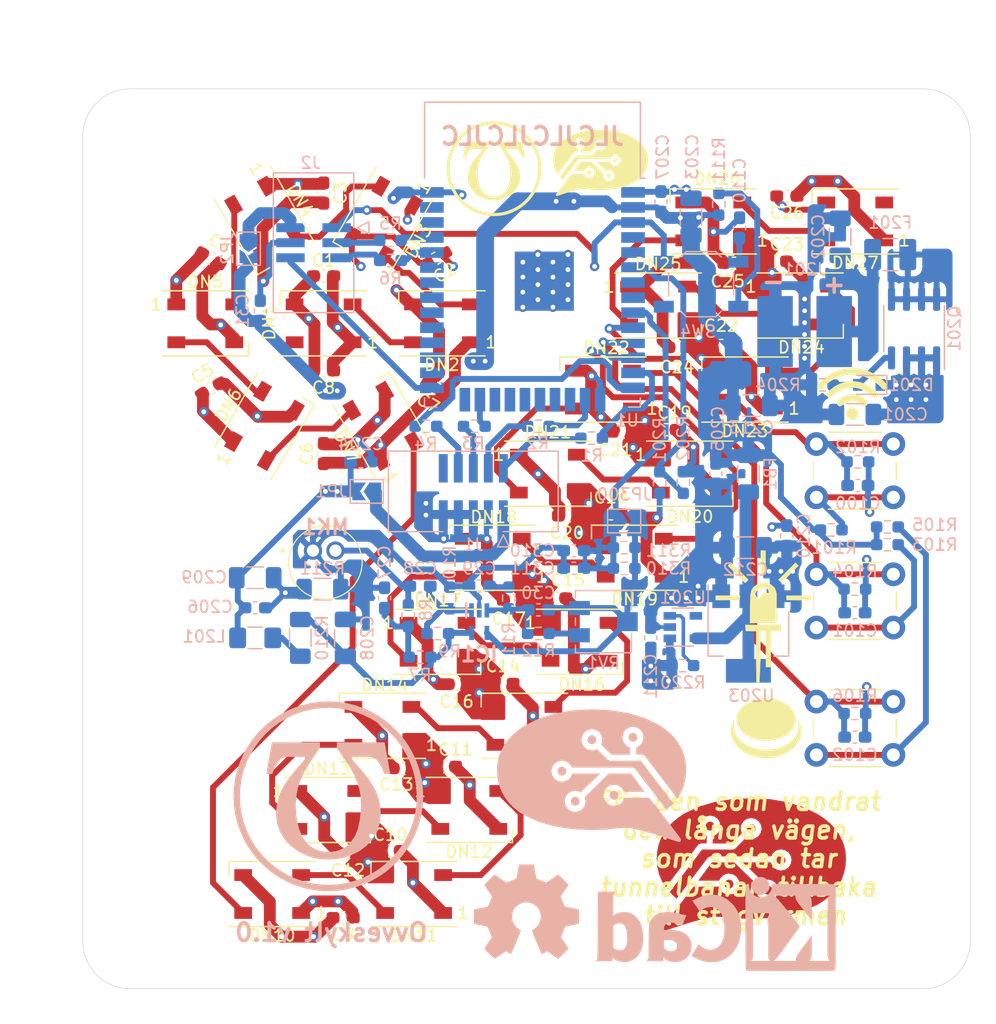
<source format=kicad_pcb>
(kicad_pcb (version 20211014) (generator pcbnew)
  (layers (0 "F.Cu" signal) (1 "In1.Cu" power) (2 "In2.Cu" power) (31 "B.Cu" signal) (34 "B.Paste" user) (35 "F.Paste" user) (36 "B.SilkS" user "B.Silkscreen") (37 "F.SilkS" user "F.Silkscreen") (38 "B.Mask" user) (39 "F.Mask" user) (44 "Edge.Cuts" user))
  (net 0 "")
  (net 1 "Net-(DN1-Pad2)")
  (net 2 "Net-(DN2-Pad2)")
  (net 3 "GND")
  (net 4 "VCC")
  (net 5 "Net-(DN3-Pad2)")
  (net 6 "Net-(DN4-Pad2)")
  (net 7 "Net-(DN5-Pad2)")
  (net 8 "Net-(DN6-Pad2)")
  (net 9 "Net-(DN10-Pad4)")
  (net 10 "Net-(DN10-Pad2)")
  (net 11 "Net-(DN11-Pad2)")
  (net 12 "Net-(DN12-Pad2)")
  (net 13 "Net-(DN13-Pad2)")
  (net 14 "Net-(DN14-Pad2)")
  (net 15 "Net-(DN15-Pad2)")
  (net 16 "Net-(DN16-Pad2)")
  (net 17 "Net-(DN17-Pad2)")
  (net 18 "Net-(DN18-Pad2)")
  (net 19 "Net-(DN19-Pad2)")
  (net 20 "Net-(DN20-Pad2)")
  (net 21 "Net-(DN21-Pad2)")
  (net 22 "Net-(DN22-Pad2)")
  (net 23 "Net-(DN23-Pad2)")
  (net 24 "Net-(DN24-Pad2)")
  (net 25 "Net-(DN25-Pad2)")
  (net 26 "Net-(DN26-Pad2)")
  (net 27 "BTN_1")
  (net 28 "BTN_2")
  (net 29 "Net-(R101-Pad2)")
  (net 30 "+3V3")
  (net 31 "Net-(R103-Pad2)")
  (net 32 "Net-(J1-Pad8)")
  (net 33 "Net-(J1-Pad6)")
  (net 34 "Net-(J1-Pad4)")
  (net 35 "Net-(J1-Pad2)")
  (net 36 "RX")
  (net 37 "TMS")
  (net 38 "TCK")
  (net 39 "TDO")
  (net 40 "TDI")
  (net 41 "TX")
  (net 42 "Net-(J2-Pad5)")
  (net 43 "Net-(J2-Pad3)")
  (net 44 "GNDA")
  (net 45 "Net-(C27-Pad1)")
  (net 46 "Net-(C28-Pad1)")
  (net 47 "Net-(C29-Pad2)")
  (net 48 "AUDIO_OUT")
  (net 49 "+3.3VA")
  (net 50 "Net-(F201-Pad2)")
  (net 51 "Net-(F201-Pad1)")
  (net 52 "Net-(R105-Pad2)")
  (net 53 "BTN_3")
  (net 54 "IO0")
  (net 55 "Net-(J1-Pad1)")
  (net 56 "Net-(J2-Pad2)")
  (net 57 "Net-(R12-Pad2)")
  (net 58 "/sound/AUDIO_AMP+")
  (net 59 "/sound/AUDIO_AMP-")
  (net 60 "Battery_monitor")
  (net 61 "Net-(C30-Pad1)")
  (net 64 "Net-(FB1-Pad1)")
  (net 86 "Net-(L201-Pad2)")
  (net 87 "RESET")
  (net 88 "Net-(R111-Pad2)")
  (net 89 "Net-(R220-Pad2)")
  (net 92 "Net-(D201-Pad2)")
  (footprint "LED_SMD:LED_WS2812B_PLCC4_5.0x5.0mm_P3.2mm" (layer "F.Cu") (at 4.347863 12.806545 180)
    (fp_text reference "DN2")
    (fp_text value "WS2812B")
  )
  (footprint "LED_SMD:LED_WS2812B_PLCC4_5.0x5.0mm_P3.2mm" (layer "F.Cu") (at -5.652137 12.806545 180)
    (fp_text reference "DN1")
    (fp_text value "WS2812B")
  )
  (footprint "Capacitor_SMD:C_0603_1608Metric_Pad1.08x0.95mm_HandSolder" (layer "F.Cu") (at -5.652137 16.806545 180)
    (fp_text reference "C8")
    (fp_text value "0.1uF")
  )
  (footprint "LED_SMD:LED_WS2812B_PLCC4_5.0x5.0mm_P3.2mm" (layer "F.Cu") (at -0.652137 4.146291 -120)
    (fp_text reference "DN3")
    (fp_text value "WS2812B")
  )
  (footprint "LED_SMD:LED_WS2812B_PLCC4_5.0x5.0mm_P3.2mm" (layer "F.Cu") (at -10.652137 4.146291 -60)
    (fp_text reference "DN4")
    (fp_text value "WS2812B")
  )
  (footprint "LED_SMD:LED_WS2812B_PLCC4_5.0x5.0mm_P3.2mm" (layer "F.Cu") (at -15.652137 12.806545)
    (fp_text reference "DN5")
    (fp_text value "WS2812B")
  )
  (footprint "LED_SMD:LED_WS2812B_PLCC4_5.0x5.0mm_P3.2mm" (layer "F.Cu") (at -10.652137 21.466799 60)
    (fp_text reference "DN6")
    (fp_text value "WS2812B")
  )
  (footprint "LED_SMD:LED_WS2812B_PLCC4_5.0x5.0mm_P3.2mm" (layer "F.Cu") (at -0.652137 21.466799 120)
    (fp_text reference "DN7")
    (fp_text value "WS2812B")
  )
  (footprint "Capacitor_SMD:C_0603_1608Metric_Pad1.08x0.95mm_HandSolder" (layer "F.Cu") (at 3.874142 7.306545 -150)
    (fp_text reference "C2")
    (fp_text value "0.1uF")
  )
  (footprint "Capacitor_SMD:C_0603_1608Metric_Pad1.08x0.95mm_HandSolder" (layer "F.Cu") (at -5.652137 1.806545 -90)
    (fp_text reference "C3")
    (fp_text value "0.1uF")
  )
  (footprint "Capacitor_SMD:C_0603_1608Metric_Pad1.08x0.95mm_HandSolder" (layer "F.Cu") (at -15.178416 7.306545 -30)
    (fp_text reference "C4")
    (fp_text value "0.1uF")
  )
  (footprint "Capacitor_SMD:C_0603_1608Metric_Pad1.08x0.95mm_HandSolder" (layer "F.Cu") (at -15.178416 18.306545 30)
    (fp_text reference "C5")
    (fp_text value "0.1uF")
  )
  (footprint "Capacitor_SMD:C_0603_1608Metric_Pad1.08x0.95mm_HandSolder" (layer "F.Cu") (at -5.652137 23.806545 90)
    (fp_text reference "C6")
    (fp_text value "0.1uF")
  )
  (footprint "Capacitor_SMD:C_0603_1608Metric_Pad1.08x0.95mm_HandSolder" (layer "F.Cu") (at 3.874142 18.306545 150)
    (fp_text reference "C7")
    (fp_text value "0.1uF")
  )
  (footprint "Capacitor_SMD:C_0603_1608Metric_Pad1.08x0.95mm_HandSolder" (layer "F.Cu") (at -5.652137 8.806545 180)
    (fp_text reference "C1")
    (fp_text value "0.1uF")
  )
  (footprint "LED_SMD:LED_WS2812B_PLCC4_5.0x5.0mm_P3.2mm" (layer "F.Cu") (at -10 61 180)
    (fp_text reference "DN10")
    (fp_text value "WS2812B")
  )
  (footprint "LED_SMD:LED_WS2812B_PLCC4_5.0x5.0mm_P3.2mm" (layer "F.Cu") (at 2 61 180)
    (fp_text reference "DN11")
    (fp_text value "WS2812B")
  )
  (footprint "LED_SMD:LED_WS2812B_PLCC4_5.0x5.0mm_P3.2mm" (layer "F.Cu") (at -5.34 53.9)
    (fp_text reference "DN13")
    (fp_text value "WS2812B")
  )
  (footprint "LED_SMD:LED_WS2812B_PLCC4_5.0x5.0mm_P3.2mm" (layer "F.Cu") (at -0.68 46.8 180)
    (fp_text reference "DN14")
    (fp_text value "WS2812B")
  )
  (footprint "LED_SMD:LED_WS2812B_PLCC4_5.0x5.0mm_P3.2mm" (layer "F.Cu") (at 3.98 39.7)
    (fp_text reference "DN17")
    (fp_text value "WS2812B")
  )
  (footprint "LED_SMD:LED_WS2812B_PLCC4_5.0x5.0mm_P3.2mm" (layer "F.Cu") (at 8.64 32.6 180)
    (fp_text reference "DN18")
    (fp_text value "WS2812B")
  )
  (footprint "LED_SMD:LED_WS2812B_PLCC4_5.0x5.0mm_P3.2mm" (layer "F.Cu") (at 13.3 25.5)
    (fp_text reference "DN21")
    (fp_text value "WS2812B")
  )
  (footprint "LED_SMD:LED_WS2812B_PLCC4_5.0x5.0mm_P3.2mm" (layer "F.Cu") (at 17.96 18.4 180)
    (fp_text reference "DN22")
    (fp_text value "WS2812B")
  )
  (footprint "LED_SMD:LED_WS2812B_PLCC4_5.0x5.0mm_P3.2mm" (layer "F.Cu") (at 22.62 11.3)
    (fp_text reference "DN25")
    (fp_text value "WS2812B")
  )
  (footprint "LED_SMD:LED_WS2812B_PLCC4_5.0x5.0mm_P3.2mm" (layer "F.Cu") (at 27.28 4.2 180)
    (fp_text reference "DN26")
    (fp_text value "WS2812B")
  )
  (footprint "LED_SMD:LED_WS2812B_PLCC4_5.0x5.0mm_P3.2mm" (layer "F.Cu") (at 11.32 46.8 180)
    (fp_text reference "DN15")
    (fp_text value "WS2812B")
  )
  (footprint "LED_SMD:LED_WS2812B_PLCC4_5.0x5.0mm_P3.2mm" (layer "F.Cu") (at 15.98 39.7)
    (fp_text reference "DN16")
    (fp_text value "WS2812B")
  )
  (footprint "LED_SMD:LED_WS2812B_PLCC4_5.0x5.0mm_P3.2mm" (layer "F.Cu") (at 20.64 32.6 180)
    (fp_text reference "DN19")
    (fp_text value "WS2812B")
  )
  (footprint "LED_SMD:LED_WS2812B_PLCC4_5.0x5.0mm_P3.2mm" (layer "F.Cu") (at 25.3 25.5)
    (fp_text reference "DN20")
    (fp_text value "WS2812B")
  )
  (footprint "LED_SMD:LED_WS2812B_PLCC4_5.0x5.0mm_P3.2mm" (layer "F.Cu") (at 29.96 18.4 180)
    (fp_text reference "DN23")
    (fp_text value "WS2812B")
  )
  (footprint "LED_SMD:LED_WS2812B_PLCC4_5.0x5.0mm_P3.2mm" (layer "F.Cu") (at 34.62 11.3)
    (fp_text reference "DN24")
    (fp_text value "WS2812B")
  )
  (footprint "LED_SMD:LED_WS2812B_PLCC4_5.0x5.0mm_P3.2mm" (layer "F.Cu") (at 39.28 4.2 180)
    (fp_text reference "DN27")
    (fp_text value "WS2812B")
  )
  (footprint "Capacitor_SMD:C_0603_1608Metric_Pad1.08x0.95mm_HandSolder" (layer "F.Cu") (at -0.008353 57.339264 180)
    (fp_text reference "C10")
    (fp_text value "0.1uF")
  )
  (footprint "Capacitor_SMD:C_0603_1608Metric_Pad1.08x0.95mm_HandSolder" (layer "F.Cu") (at 1.073335 50.392691 180)
    (fp_text reference "C13")
    (fp_text value "0.1uF")
  )
  (footprint "Capacitor_SMD:C_0603_1608Metric_Pad1.08x0.95mm_HandSolder" (layer "F.Cu") (at 5.733335 43.281691)
    (fp_text reference "C16")
    (fp_text value "0.1uF")
  )
  (footprint "Capacitor_SMD:C_0603_1608Metric_Pad1.08x0.95mm_HandSolder" (layer "F.Cu") (at 10.393335 36.170691 180)
    (fp_text reference "C17")
    (fp_text value "0.1uF")
  )
  (footprint "Capacitor_SMD:C_0603_1608Metric_Pad1.08x0.95mm_HandSolder" (layer "F.Cu") (at 4.651647 50.228264)
    (fp_text reference "C11")
    (fp_text value "0.1uF")
  )
  (footprint "Capacitor_SMD:C_0603_1608Metric_Pad1.08x0.95mm_HandSolder" (layer "F.Cu") (at 13.971647 36.006264)
    (fp_text reference "C15")
    (fp_text value "0.1uF")
  )
  (footprint "Capacitor_SMD:C_0603_1608Metric_Pad1.08x0.95mm_HandSolder" (layer "F.Cu") (at 18.631647 28.895264 180)
    (fp_text reference "C18")
    (fp_text value "0.1uF")
  )
  (footprint "Capacitor_SMD:C_0603_1608Metric_Pad1.08x0.95mm_HandSolder" (layer "F.Cu") (at 27.951647 14.673264 180)
    (fp_text reference "C22")
    (fp_text value "0.1uF")
  )
  (footprint "Capacitor_SMD:C_0603_1608Metric_Pad1.08x0.95mm_HandSolder" (layer "F.Cu") (at 33.506796 2.057192 180)
    (fp_text reference "C26")
    (fp_text value "0.1uF")
  )
  (footprint "Capacitor_SMD:C_0603_1608Metric_Pad1.08x0.95mm_HandSolder" (layer "F.Cu") (at 23.291647 21.784264)
    (fp_text reference "C19")
    (fp_text value "0.1uF")
  )
  (footprint "Capacitor_SMD:C_0603_1608Metric_Pad1.08x0.95mm_HandSolder" (layer "F.Cu") (at 32.611647 7.562264)
    (fp_text reference "C23")
    (fp_text value "0.1uF")
  )
  (footprint "Capacitor_SMD:C_0603_1608Metric_Pad1.08x0.95mm_HandSolder" (layer "F.Cu") (at 29.033335 7.726691 180)
    (fp_text reference "C25")
    (fp_text value "0.1uF")
  )
  (footprint "Capacitor_SMD:C_0603_1608Metric_Pad1.08x0.95mm_HandSolder" (layer "F.Cu") (at 15.053335 29.059691)
    (fp_text reference "C20")
    (fp_text value "0.1uF")
  )
  (footprint "Capacitor_SMD:C_0603_1608Metric_Pad1.08x0.95mm_HandSolder" (layer "F.Cu") (at 24.373335 14.837691)
    (fp_text reference "C24")
    (fp_text value "0.1uF")
  )
  (footprint "LED_SMD:LED_WS2812B_PLCC4_5.0x5.0mm_P3.2mm" (layer "F.Cu") (at 6.66 53.9)
    (fp_text reference "DN12")
    (fp_text value "WS2812B")
  )
  (footprint "Button_Switch_THT:SW_PUSH_6mm_H5mm" (layer "F.Cu") (at 36 23)
    (fp_text reference "SW1" hide)
    (fp_text value "SW_Push")
  )
  (footprint "Button_Switch_THT:SW_PUSH_6mm_H5mm" (layer "F.Cu") (at 36 34)
    (fp_text reference "SW2" hide)
    (fp_text value "SW_Push")
  )
  (footprint "Capacitor_SMD:C_0603_1608Metric_Pad1.08x0.95mm_HandSolder" (layer "F.Cu") (at -3.586665 57.503691)
    (fp_text reference "C12")
    (fp_text value "0.1uF")
  )
  (footprint "MountingHole:MountingHole_3.2mm_M3_ISO7380" (layer "F.Cu") (at -22 -3)
    (fp_text reference "H1" hide)
    (fp_text value "MountingHole")
  )
  (footprint "MountingHole:MountingHole_3.2mm_M3_ISO7380" (layer "F.Cu") (at -22 65)
    (fp_text reference "H2" hide)
    (fp_text value "MountingHole")
  )
  (footprint "MountingHole:MountingHole_3.2mm_M3_ISO7380" (layer "F.Cu") (at 45 -3)
    (fp_text reference "H3" hide)
    (fp_text value "MountingHole")
  )
  (footprint "MountingHole:MountingHole_3.2mm_M3_ISO7380" (layer "F.Cu") (at 45 65)
    (fp_text reference "H4" hide)
    (fp_text value "MountingHole")
  )
  (footprint "SymbolsOST:OST-Logo_40mm_Copper" (layer "F.Cu") (at 30.5 58.5)
    (fp_text reference "svg2mod" hide)
    (fp_text value "G***" hide)
  )
  (footprint "MountingHole:MountingHole_2.7mm_M2.5_ISO7380" (layer "F.Cu") (at 30.834521 -3.464647)
    (fp_text reference "H5" hide)
    (fp_text value "ZiptieHole")
  )
  (footprint "MountingHole:MountingHole_2.7mm_M2.5_ISO7380" (layer "F.Cu") (at 38.084521 -3.464647)
    (fp_text reference "H6" hide)
    (fp_text value "ZiptieHole")
  )
  (footprint "Capacitor_SMD:C_0603_1608Metric_Pad1.08x0.95mm_HandSolder" (layer "F.Cu") (at -4 63 180)
    (fp_text reference "C9")
    (fp_text value "0.1uF")
  )
  (footprint "Button_Switch_THT:SW_PUSH_6mm_H5mm" (layer "F.Cu") (at 36 44.75)
    (fp_text reference "SW3" hide)
    (fp_text value "SW_Push")
  )
  (footprint "Capacitor_SMD:C_0603_1608Metric_Pad1.08x0.95mm_HandSolder" (layer "F.Cu") (at 19.611218 21.985908 180)
    (fp_text reference "C21")
    (fp_text value "0.1uF")
  )
  (footprint "Capacitor_SMD:C_0603_1608Metric_Pad1.08x0.95mm_HandSolder" (layer "F.Cu") (at 9.503454 43.219635 180)
    (fp_text reference "C14")
    (fp_text value "0.1uF")
  )
  (footprint "Special_Parts:CMEJ062742P" (layer "F.Cu") (at -6.6 33)
    (fp_text reference "MK1")
    (fp_text value "Microphone" hide)
  )
  (footprint "SymbolsOST:admittansen_8mm_SilkScreen" (layer "F.Cu") (at 8.75 -0.25)
    (fp_text reference "svg2mod" hide)
    (fp_text value "G001" hide)
  )
  (footprint "SymbolsOST:button_6mm_SilkScreen" (layer "F.Cu") (at 31.75 47)
    (fp_text reference "button_5mm_SilkScreen" hide)
    (fp_text value "G***" hide)
  )
  (footprint "SymbolsOST:bubbla_8mm_SilkScreen" (layer "F.Cu") (at 17.75 -0.75)
    (fp_text reference "svg2mod" hide)
    (fp_text value "G***" hide)
  )
  (footprint "SymbolsOST:wifi_6mm_SilkScreen" (layer "F.Cu") (at 39 18.75)
    (fp_text reference "wifi_5mm_SilkScreen" hide)
    (fp_text value "G***" hide)
  )
  (footprint "SymbolsOST:led_12mm_SilkScreen" (layer "F.Cu") (at 31.5 38)
    (fp_text reference "led_12mm_SilkScreen" hide)
    (fp_text value "G***" hide)
  )
  (footprint "RF_Module:ESP32-WROOM-32" (layer "B.Cu") (at 12 10 180)
    (fp_text reference "U1")
    (fp_text value "ESP32-WROOM-32")
  )
  (footprint "Capacitor_SMD:C_0603_1608Metric_Pad1.08x0.95mm_HandSolder" (layer "B.Cu") (at 39.25 37.25)
    (fp_text reference "C101")
    (fp_text value "0.1uF")
  )
  (footprint "Resistor_SMD:R_0603_1608Metric_Pad0.98x0.95mm_HandSolder" (layer "B.Cu") (at 37.25 30.25)
    (fp_text reference "R101")
    (fp_text value "10k")
  )
  (footprint "Resistor_SMD:R_0603_1608Metric_Pad0.98x0.95mm_HandSolder" (layer "B.Cu") (at 39.5 24.5)
    (fp_text reference "R102")
    (fp_text value "10K")
  )
  (footprint "Resistor_SMD:R_0603_1608Metric_Pad0.98x0.95mm_HandSolder" (layer "B.Cu") (at 42 31.5)
    (fp_text reference "R103")
    (fp_text value "10k")
  )
  (footprint "Resistor_SMD:R_0603_1608Metric_Pad0.98x0.95mm_HandSolder" (layer "B.Cu") (at 39.25 35.25)
    (fp_text reference "R104")
    (fp_text value "10K")
  )
  (footprint "Capacitor_SMD:C_0603_1608Metric_Pad1.08x0.95mm_HandSolder" (layer "B.Cu") (at 39.5 26.5)
    (fp_text reference "C100")
    (fp_text value "0.1uF")
  )
  (footprint "Symbol:KiCad-Logo_8mm_SilkScreen" (layer "B.Cu") (at 27.5 63.5 180)
    (fp_text reference "REF**" hide)
    (fp_text value "KiCad-Logo_8mm_SilkScreen" hide)
  )
  (footprint "Symbol:OSHW-Symbol_8.9x8mm_SilkScreen" (layer "B.Cu") (at 11.5 62.5 180)
    (fp_text reference "REF**" hide)
    (fp_text value "OSHW-Symbol_8.9x8mm_SilkScreen" hide)
  )
  (footprint "SymbolsOST:admittansen_16mm_SilkScreen" (layer "B.Cu") (at -5.25 52.75 180)
    (fp_text reference "svg2mod" hide)
    (fp_text value "G001" hide)
  )
  (footprint "Connector_Esp:SMT_ESP_PROG_PROG_1.27" (layer "B.Cu") (at -6.5 6 -90)
    (fp_text reference "J2")
    (fp_text value "ESP_PROG_UART")
  )
  (footprint "Resistor_SMD:R_0603_1608Metric_Pad0.98x0.95mm_HandSolder" (layer "B.Cu") (at 7.0875 21.5)
    (fp_text reference "R3")
    (fp_text value "220R")
  )
  (footprint "Resistor_SMD:R_0603_1608Metric_Pad0.98x0.95mm_HandSolder" (layer "B.Cu") (at 17 22.5)
    (fp_text reference "R1")
    (fp_text value "220R")
  )
  (footprint "Resistor_SMD:R_0603_1608Metric_Pad0.98x0.95mm_HandSolder" (layer "B.Cu") (at 12.5 21.5)
    (fp_text reference "R2")
    (fp_text value "220R")
  )
  (footprint "Resistor_SMD:R_0603_1608Metric_Pad0.98x0.95mm_HandSolder" (layer "B.Cu") (at 3 21.5 180)
    (fp_text reference "R4")
    (fp_text value "220R")
  )
  (footprint "Connector_Esp:SMT_ESP_PROG_JTAG_1.27" (layer "B.Cu") (at 7 27 180)
    (fp_text reference "J1")
    (fp_text value "ESP_PROG_JTAG")
  )
  (footprint "Diode_SMD:D_SOD-110" (layer "B.Cu") (at 40.45 18 180)
    (fp_text reference "D201")
    (fp_text value "BZX284-C5V1")
  )
  (footprint "Fuse:Fuse_1210_3225Metric_Pad1.42x2.65mm_HandSolder" (layer "B.Cu") (at 42.2375 7)
    (fp_text reference "F201")
    (fp_text value "Polyfuse")
  )
  (footprint "Package_SO:SOIC-8_3.9x4.9mm_P1.27mm" (layer "B.Cu") (at 44.25 13.25 90)
    (fp_text reference "Q201")
    (fp_text value "SI4435DY_GSD")
  )
  (footprint "Capacitor_SMD:C_0603_1608Metric_Pad1.08x0.95mm_HandSolder" (layer "B.Cu") (at 39.25 47.75)
    (fp_text reference "C102")
    (fp_text value "0.1uF")
  )
  (footprint "Resistor_SMD:R_0603_1608Metric_Pad0.98x0.95mm_HandSolder" (layer "B.Cu") (at 42 30)
    (fp_text reference "R105")
    (fp_text value "10k")
  )
  (footprint "Resistor_SMD:R_0603_1608Metric_Pad0.98x0.95mm_HandSolder" (layer "B.Cu") (at 39.25 45.75)
    (fp_text reference "R106")
    (fp_text value "10K")
  )
  (footprint "Special_Parts:Power_planes_3x6mm" (layer "B.Cu") (at 35 13.5 90)
    (fp_text reference "J201")
    (fp_text value "Power_Planes")
  )
  (footprint "Resistor_SMD:R_0603_1608Metric_Pad0.98x0.95mm_HandSolder" (layer "B.Cu") (at 0 7.5 180)
    (fp_text reference "R6")
    (fp_text value "220R")
  )
  (footprint "Resistor_SMD:R_0603_1608Metric_Pad0.98x0.95mm_HandSolder" (layer "B.Cu") (at 0 5.8 180)
    (fp_text reference "R5")
    (fp_text value "220R")
  )
  (footprint "Jumper:SolderJumper-2_P1.3mm_Open_TrianglePad1.0x1.5mm" (layer "B.Cu") (at -2 27 180)
    (fp_text reference "JP1")
    (fp_text value "Jumper_2_Bridged")
  )
  (footprint "Jumper:SolderJumper-2_P1.3mm_Open_TrianglePad1.0x1.5mm" (layer "B.Cu") (at -12 6.5 -90)
    (fp_text reference "JP2")
    (fp_text value "Jumper_2_Bridged")
  )
  (footprint "Potentiometer_SMD:Potentiometer_Bourns_3314S_Horizontal" (layer "B.Cu") (at 18 38 -90)
    (fp_text reference "RV1")
    (fp_text value "100k")
  )
  (footprint "Resistor_SMD:R_0603_1608Metric_Pad0.98x0.95mm_HandSolder" (layer "B.Cu") (at 12.5 39)
    (fp_text reference "R12")
    (fp_text value "100k")
  )
  (footprint "Resistor_SMD:R_0603_1608Metric_Pad0.98x0.95mm_HandSolder" (layer "B.Cu") (at 4 39 180)
    (fp_text reference "R9")
    (fp_text value "1M")
  )
  (footprint "Capacitor_SMD:C_0603_1608Metric_Pad1.08x0.95mm_HandSolder" (layer "B.Cu") (at 7.5 35)
    (fp_text reference "C29")
    (fp_text value "10u")
  )
  (footprint "Resistor_SMD:R_0603_1608Metric_Pad0.98x0.95mm_HandSolder" (layer "B.Cu") (at 5 36 90)
    (fp_text reference "R10")
    (fp_text value "1M")
  )
  (footprint "Capacitor_SMD:C_0603_1608Metric_Pad1.08x0.95mm_HandSolder" (layer "B.Cu") (at -0.5 36 90)
    (fp_text reference "C27")
    (fp_text value "0.1uF")
  )
  (footprint "Capacitor_SMD:C_0603_1608Metric_Pad1.08x0.95mm_HandSolder" (layer "B.Cu") (at 12.5 37 180)
    (fp_text reference "C30")
    (fp_text value "520p")
  )
  (footprint "Capacitor_SMD:C_0603_1608Metric_Pad1.08x0.95mm_HandSolder" (layer "B.Cu") (at 2.5 35)
    (fp_text reference "C28")
    (fp_text value "0.01u")
  )
  (footprint "Resistor_SMD:R_0603_1608Metric_Pad0.98x0.95mm_HandSolder" (layer "B.Cu") (at 2.5 41 180)
    (fp_text reference "R7")
    (fp_text value "2k")
  )
  (footprint "Resistor_SMD:R_0603_1608Metric_Pad0.98x0.95mm_HandSolder" (layer "B.Cu") (at 10 36 90)
    (fp_text reference "R11")
    (fp_text value "1k")
  )
  (footprint "Resistor_SMD:R_0603_1608Metric_Pad0.98x0.95mm_HandSolder" (layer "B.Cu") (at 1.5 37.5 90)
    (fp_text reference "R8")
    (fp_text value "2k")
  )
  (footprint "Special_Parts:SOT65P210X110-5N" (layer "B.Cu") (at 7.5 38 -90)
    (fp_text reference "IC1")
    (fp_text value "MAX4466EXK+T" hide)
  )
  (footprint "Resistor_SMD:R_0603_1608Metric_Pad0.98x0.95mm_HandSolder" (layer "B.Cu") (at 22.75 26.25 90)
    (fp_text reference "R201")
    (fp_text value "1M")
  )
  (footprint "Resistor_SMD:R_0603_1608Metric_Pad0.98x0.95mm_HandSolder" (layer "B.Cu") (at 24.75 26.25 90)
    (fp_text reference "R202")
    (fp_text value "1M")
  )
  (footprint "Capacitor_SMD:C_1206_3216Metric_Pad1.33x1.80mm_HandSolder" (layer "B.Cu") (at 39.25 20.5)
    (fp_text reference "C201")
    (fp_text value "10uF")
  )
  (footprint "Capacitor_SMD:C_0603_1608Metric_Pad1.08x0.95mm_HandSolder" (layer "B.Cu") (at 15.5 32)
    (fp_text reference "C310")
    (fp_text value "100n")
  )
  (footprint "Capacitor_SMD:C_0603_1608Metric_Pad1.08x0.95mm_HandSolder" (layer "B.Cu") (at 15.5 33.5)
    (fp_text reference "C311")
    (fp_text value "100n")
  )
  (footprint "Jumper:SolderJumper-2_P1.3mm_Open_TrianglePad1.0x1.5mm" (layer "B.Cu") (at 19.75 29.5)
    (fp_text reference "JP300")
    (fp_text value "Jumper_2_Bridged")
  )
  (footprint "Resistor_SMD:R_0603_1608Metric_Pad0.98x0.95mm_HandSolder" (layer "B.Cu") (at 19.75 33.5 180)
    (fp_text reference "R310")
    (fp_text value "1k")
  )
  (footprint "Resistor_SMD:R_0603_1608Metric_Pad0.98x0.95mm_HandSolder" (layer "B.Cu") (at 19.75 31.75 180)
    (fp_text reference "R311")
    (fp_text value "1k")
  )
  (footprint "Capacitor_SMD:C_1206_3216Metric_Pad1.33x1.80mm_HandSolder" (layer "B.Cu") (at 25.4 3.81 90)
    (fp_text reference "C203")
    (fp_text value "10uF")
  )
  (footprint "Capacitor_SMD:C_0603_1608Metric_Pad1.08x0.95mm_HandSolder" (layer "B.Cu") (at -2.5 24.5)
    (fp_text reference "C204")
    (fp_text value "100n")
  )
  (footprint "Capacitor_SMD:C_0603_1608Metric_Pad1.08x0.95mm_HandSolder" (layer "B.Cu") (at 27.5 25.5 -90)
    (fp_text reference "C205")
    (fp_text value "100n")
  )
  (footprint "Capacitor_SMD:C_0603_1608Metric_Pad1.08x0.95mm_HandSolder" (layer "B.Cu") (at -11.43 36.83)
    (fp_text reference "C206")
    (fp_text value "100n")
  )
  (footprint "Capacitor_SMD:C_0603_1608Metric_Pad1.08x0.95mm_HandSolder" (layer "B.Cu") (at 22.86 2.54 90)
    (fp_text reference "C207")
    (fp_text value "100n")
  )
  (footprint "Capacitor_SMD:C_1206_3216Metric_Pad1.33x1.80mm_HandSolder" (layer "B.Cu") (at -3.81 39.37 90)
    (fp_text reference "C208")
    (fp_text value "10uF")
  )
  (footprint "Inductor_SMD:L_1206_3216Metric_Pad1.42x1.75mm_HandSolder" (layer "B.Cu") (at -11.43 39.37)
    (fp_text reference "L201")
    (fp_text value "L")
  )
  (footprint "Capacitor_SMD:C_1206_3216Metric_Pad1.33x1.80mm_HandSolder" (layer "B.Cu") (at -11.43 34.29)
    (fp_text reference "C209")
    (fp_text value "10uF")
  )
  (footprint "Resistor_SMD:R_1206_3216Metric_Pad1.30x1.75mm_HandSolder" (layer "B.Cu") (at -7.62 39.37 90)
    (fp_text reference "R210")
    (fp_text value "10")
  )
  (footprint "Capacitor_SMD:C_0603_1608Metric_Pad1.08x0.95mm_HandSolder" (layer "B.Cu") (at 33.5 30.75 90)
    (fp_text reference "C210")
    (fp_text value "100n")
  )
  (footprint "Capacitor_SMD:C_0603_1608Metric_Pad1.08x0.95mm_HandSolder" (layer "B.Cu") (at 29.5 4.75 90)
    (fp_text reference "C110")
    (fp_text value "1uF")
  )
  (footprint "Resistor_SMD:R_0603_1608Metric_Pad0.98x0.95mm_HandSolder" (layer "B.Cu") (at 27.75 2.75 90)
    (fp_text reference "R111")
    (fp_text value "10k")
  )
  (footprint "Resistor_SMD:R_0603_1608Metric_Pad0.98x0.95mm_HandSolder" (layer "B.Cu") (at 24.708204 41.708204)
    (fp_text reference "R220")
    (fp_text value "100K")
  )
  (footprint "Button_Switch_SMD:SW_SPST_TL3342" (layer "B.Cu") (at 26.25 9.5 180)
    (fp_text reference "SW4")
    (fp_text value "SW_Push")
  )
  (footprint "Package_TO_SOT_SMD:SOT-23-5" (layer "B.Cu") (at 24.708204 38.458204)
    (fp_text reference "U201")
    (fp_text value "AP2112K-3.3")
  )
  (footprint "Capacitor_SMD:C_0603_1608Metric_Pad1.08x0.95mm_HandSolder" (layer "B.Cu") (at -11 11.75 90)
    (fp_text reference "C31")
    (fp_text value "100n")
  )
  (footprint "Capacitor_SMD:C_0603_1608Metric_Pad1.08x0.95mm_HandSolder" (layer "B.Cu") (at 22 39.3625 90)
    (fp_text reference "C211")
    (fp_text value "100n")
  )
  (footprint "Package_TO_SOT_SMD:SOT-223-3_TabPin2" (layer "B.Cu") (at 30.25 39 -90)
    (fp_text reference "U203")
    (fp_text value "AMS1117-3.3")
  )
  (footprint "Resistor_SMD:R_0603_1608Metric_Pad0.98x0.95mm_HandSolder" (layer "B.Cu") (at 36.5 18 180)
    (fp_text reference "R204")
    (fp_text value "100R")
  )
  (footprint "Capacitor_SMD:C_1206_3216Metric_Pad1.33x1.80mm_HandSolder" (layer "B.Cu") (at 38 5.5 -90)
    (fp_text reference "C202")
    (fp_text value "10uF")
  )
  (footprint "Resistor_SMD:R_1206_3216Metric_Pad1.30x1.75mm_HandSolder" (layer "B.Cu") (at -5.75 35.25)
    (fp_text reference "R211")
    (fp_text value "0")
  )
  (footprint "Capacitor_SMD:C_1206_3216Metric_Pad1.33x1.80mm_HandSolder" (layer "B.Cu") (at 30.25 25.5 90)
    (fp_text reference "FB1")
    (fp_text value "FerriteBead_Small")
  )
  (footprint "Capacitor_SMD:C_1206_3216Metric_Pad1.33x1.80mm_HandSolder" (layer "B.Cu") (at 30.5 19.75)
    (fp_text reference "C213")
    (fp_text value "10uF")
  )
  (footprint "SymbolsOST:bubbla_16mm_SilkScreen" (layer "B.Cu") (at 17 51 180)
    (fp_text reference "svg2mod" hide)
    (fp_text value "G***" hide)
  )
  (footprint "Capacitor_SMD:C_1206_3216Metric_Pad1.33x1.80mm_HandSolder" (layer "B.Cu") (at 30 31.75)
    (fp_text reference "C212")
    (fp_text value "10uF")
  )
  (gr_line (start -26 65) (end -26 -3) (layer "Edge.Cuts") (width 0.05))
  (gr_line (start -22 69) (end 45 69) (layer "Edge.Cuts") (width 0.05))
  (gr_line (start 49 -3) (end 49 65) (layer "Edge.Cuts") (width 0.05))
  (gr_line (start -22 -7) (end 45 -7) (layer "Edge.Cuts") (width 0.05))
  (gr_arc (start 49 65) (mid 47.828427 67.828427) (end 45 69) (layer "Edge.Cuts") (width 0.05))
  (gr_arc (start -22 69) (mid -24.828427 67.828427) (end -26 65) (layer "Edge.Cuts") (width 0.05))
  (gr_arc (start 45 -7) (mid 47.828427 -5.828427) (end 49 -3) (layer "Edge.Cuts") (width 0.05))
  (gr_arc (start -26 -3) (mid -24.828427 -5.828427) (end -22 -7) (layer "Edge.Cuts") (width 0.05))
  (gr_text "Ovveskylt v1.0" (at -5 64.25) (layer "B.SilkS") (effects (font (size 1.5 1.5) (thickness 0.3)) (justify mirror)))
  (gr_text "JLCJLCJLCJLC" (at 12 -3) (layer "B.SilkS") (effects (font (size 1.5 1.5) (thickness 0.3)) (justify mirror)))
  (gr_text "För den som vandrat \nden långa vägen, \nsom sedan tar \ntunnelbanan tillbaka \ntill stugvärmen\n" (at 30 58) (layer "F.SilkS") (effects (font (size 1.5 1.5) (thickness 0.3) italic)))
  (segment (start 1.897863 14.406545) (end -0.002137 14.406545) (width 0.5) (layer "F.Cu") (net 1))
  (segment (start -0.002137 14.406545) (end -3.202137 11.206545) (width 0.5) (layer "F.Cu") (net 1))
  (segment (start 0.984507 8.544056) (end 1.561857 8.544056) (width 0.5) (layer "F.Cu") (net 2))
  (segment (start -0.491496 7.068053) (end 0.984507 8.544056) (width 0.5) (layer "F.Cu") (net 2))
  (segment (start 1.561857 8.544056) (end 4.224346 11.206545) (width 0.5) (layer "F.Cu") (net 2))
  (segment (start 4.224346 11.206545) (end 6.797863 11.206545) (width 0.5) (layer "F.Cu") (net 2))
  (segment (start -6.5 64.6) (end -6.375 64.6) (width 1) (layer "F.Cu") (net 3))
  (segment (start -0.715 47.615) (end -3.13 45.2) (width 1) (layer "F.Cu") (net 3))
  (segment (start 35.592798 3.207202) (end 33.406806 3.207202) (width 0.5) (layer "F.Cu") (net 3))
  (segment (start -14.339342 12.939342) (end -14.378684 12.9) (width 1) (layer "F.Cu") (net 3))
  (segment (start -11.25 20.65) (end -11.205925 20.694075) (width 1) (layer "F.Cu") (net 3))
  (segment (start 6.7 51.8) (end 6.7 53.09) (width 1) (layer "F.Cu") (net 3))
  (segment (start 8.149999 34.702355) (end 8.149999 31.399999) (width 1) (layer "F.Cu") (net 3))
  (segment (start 0.216317 5.468053) (end -3.262778 5.468053) (width 0.5) (layer "F.Cu") (net 3))
  (segment (start -6.427137 12.881545) (end -6.904341 12.404341) (width 1) (layer "F.Cu") (net 3))
  (segment (start 5.426647 50.228264) (end 6.7 51.501617) (width 1) (layer "F.Cu") (net 3))
  (segment (start -10.812778 4.812778) (end -8.581545 2.581545) (width 1) (layer "F.Cu") (net 3))
  (segment (start 33.099802 2.900198) (end 32.731796 2.532192) (width 0.5) (layer "F.Cu") (net 3))
  (segment (start -0.491496 20.391496) (end -1.1 21) (width 1) (layer "F.Cu") (net 3))
  (segment (start 3.491318 12.8) (end 1.897863 11.206545) (width 1) (layer "F.Cu") (net 3))
  (segment (start -14.378684 12.9) (end -15.2 12.9) (width 1) (layer "F.Cu") (net 3))
  (segment (start 16.959511 19.885443) (end 16.959511 17.290489) (width 1) (layer "F.Cu") (net 3))
  (segment (start 4.1 17.022017) (end 4.1 13.408682) (width 1) (layer "F.Cu") (net 3))
  (segment (start -8.590534 20.694075) (end -8.041496 20.145037) (width 1) (layer "F.Cu") (net 3))
  (segment (start -12.45 59.4) (end -10.2 61.65) (width 1) (layer "F.Cu") (net 3))
  (segment (start 35 15.75) (end 35 10.75) (width 1) (layer "F.Cu") (net 3))
  (segment (start -0.7 49.394356) (end -0.7 47.63) (width 1) (layer "F.Cu") (net 3))
  (segment (start 27.3 3.17) (end 27.3 5.07) (width 1) (layer "F.Cu") (net 3))
  (segment (start 0.298335 50.392691) (end -0.7 49.394356) (width 1) (layer "F.Cu") (net 3))
  (segment (start 35 9.088117) (end 33.474147 7.562264) (width 1) (layer "F.Cu") (net 3))
  (segment (start -9.2 64.6) (end -6.5 64.6) (width 1) (layer "F.Cu") (net 3))
  (segment (start 6.7 53.09) (end 9.11 55.5) (width 1) (layer "F.Cu") (net 3))
  (segment (start -3.131545 23.031545) (end -2.75 22.65) (width 1) (layer "F.Cu") (net 3))
  (segment (start 25.5995 24.9495) (end 25.5995 23.25) (width 1) (layer "F.Cu") (net 3))
  (segment (start -13.202137 14.406545) (end -13.202137 14.076547) (width 1) (layer "F.Cu") (net 3))
  (segment (start 6.19 31) (end 4.5 31) (width 0.5) (layer "F.Cu") (net 3))
  (segment (start -15.9 9.086799) (end -14.507246 7.694045) (width 1) (layer "F.Cu") (net 3))
  (segment (start -10.2 61.65) (end -10.2 63.6) (width 1) (layer "F.Cu") (net 3))
  (segment (start -13.980955 17.919045) (end -11.25 20.65) (width 1) (layer "F.Cu") (net 3))
  (segment (start 9.618335 36.170691) (end 8.149999 34.702355) (width 1) (layer "F.Cu") (net 3))
  (segment (start 36.222798 3.207202) (end 35.592798 3.207202) (width 0.5) (layer "F.Cu") (net 3))
  (segment (start 18.899914 21.825846) (end 17.787034 20.712966) (width 1) (layer "F.Cu") (net 3))
  (segment (start -3.262778 5.468053) (end -3.262778 7.237222) (width 0.5) (layer "F.Cu") (net 3))
  (segment (start 28.258335 7.726691) (end 27.3 6.768356) (width 1) (layer "F.Cu") (net 3))
  (segment (start 3.202972 7.694045) (end 2.442309 7.694045) (width 0.5) (layer "F.Cu") (net 3))
  (segment (start 15.5 42) (end 15.5 36.759617) (width 1) (layer "F.Cu") (net 3))
  (segment (start -3.262778 7.237222) (end -2.5 8) (width 0.5) (layer "F.Cu") (net 3))
  (segment (start 1.706545 11.206545) (end 0.5 10) (width 1) (layer "F.Cu") (net 3))
  (segment (start -11.205925 20.694075) (end -8.590534 20.694075) (width 1) (layer "F.Cu") (net 3))
  (segment (start -10.812778 7.068053) (end -10.812778 4.812778) (width 1) (layer "F.Cu") (net 3))
  (segment (start 24.066647 21.784264) (end 25.532383 23.25) (width 1) (layer "F.Cu") (net 3))
  (segment (start 17 17.25) (end 16.55 16.8) (width 1) (layer "F.Cu") (net 3))
  (segment (start -15.9 12.2) (end -15.9 9.086799) (width 1) (layer "F.Cu") (net 3))
  (segment (start 1.897863 11.206545) (end 1.706545 11.206545) (width 1) (layer "F.Cu") (net 3))
  (segment (start 35.15 12.9) (end 35 12.75) (width 1) (layer "F.Cu") (net 3))
  (segment (start 27.75 27.1) (end 25.5995 24.9495) (width 1) (layer "F.Cu") (net 3))
  (segment (start -13.202137 14.076547) (end -14.339342 12.939342) (width 1) (layer "F.Cu") (net 3))
  (segment (start 33.406806 3.207202) (end 33.099802 2.900198) (width 0.5) (layer "F.Cu") (net 3))
  (segment (start 3.202972 17.919045) (end 4.1 17.022017) (width 1) (layer "F.Cu") (net 3))
  (segment (start 17.787034 20.712966) (end 16.959511 19.885443) (width 1) (layer "F.Cu") (net 3))
  (segment (start 15.5 36.759617) (end 14.746647 36.006264) (width 1) (layer "F.Cu") (net 3))
  (segment (start -8.581545 2.581545) (end -5.652137 2.581545) (width 1) (layer "F.Cu") (net 3))
  (segment (start 35 10.75) (end 35 9.088117) (width 1) (layer "F.Cu") (net 3))
  (segment (start -15.2 12.9) (end -15.9 12.2) (width 1) (layer "F.Cu") (net 3))
  (segment (start -5.652137 23.031545) (end -3.131545 23.031545) (width 1) (layer "F.Cu") (net 3))
  (segment (start -2.75 22.65) (end -1.1 21) (width 1) (layer "F.Cu") (net 3))
  (segment (start -10.2 63.6) (end -9.2 64.6) (width 1) (layer "F.Cu") (net 3))
  (segment (start -10.7505 9.25) (end -10.7505 7.130331) (width 1) (layer "F.Cu") (net 3))
  (segment (start 24.83 2.6) (end 26.73 2.6) (width 1) (layer "F.Cu") (net 3))
  (segment (start 17.2 41.3) (end 16.5 42) (width 1) (layer "F.Cu") (net 3))
  (segment (start 8.149999 31) (end 6.19 31) (width 0.5) (layer "F.Cu") (net 3))
  (segment (start -8.102137 10.481545) (end -6.427137 8.806545) (width 1) (layer "F.Cu") (net 3))
  (segment (start -8.102137 11.206545) (end -6.904341 12.404341) (width 1) (layer "F.Cu") (net 3))
  (segment (start 32.731796 2.532192) (end 32.731796 2.057192) (width 0.5) (layer "F.Cu") (net 3))
  (segment (start 36.83 2.6) (end 36.222798 3.207202) (width 0.5) (layer "F.Cu") (net 3))
  (segment (start -8.102137 11.206545) (end -8.102137 10.481545) (width 1) (layer "F.Cu") (net 3))
  (segment (start -6.375 64.6) (end -4.8 63.025) (width 1) (layer "F.Cu") (net 3))
  (segment (start -14.507246 17.919045) (end -13.980955 17.919045) (width 1) (layer "F.Cu") (net 3))
  (segment (start 27.3 6.768356) (end 27.3 5.07) (width 1) (layer "F.Cu") (net 3))
  (segment (start 2.442309 7.694045) (end 0.216317 5.468053) (width 0.5) (layer "F.Cu") (net 3))
  (segment (start -10.7505 7.130331) (end -10.812778 7.068053) (width 1) (layer "F.Cu") (net 3))
  (segment (start 37.07 12.9) (end 35.15 12.9) (width 1) (layer "F.Cu") (net 3))
  (segment (start 4.1 13.408682) (end 3.491318 12.8) (width 1) (layer "F.Cu") (net 3))
  (segment (start 25.532383 23.25) (end 25.5995 23.25) (width 1) (layer "F.Cu") (net 3))
  (segment (start 26.73 2.6) (end 27.3 3.17) (width 1) (layer "F.Cu") (net 3))
  (segment (start -0.491496 18.545037) (end -0.491496 20.391496) (width 1) (layer "F.Cu") (net 3))
  (segment (start 16.5 42) (end 15.5 42) (width 1) (layer "F.Cu") (net 3))
  (segment (start -6.427137 16.806545) (end -6.427137 12.881545) (width 1) (layer "F.Cu") (net 3))
  (segment (start 16.959511 17.290489) (end 17 17.25) (width 1) (layer "F.Cu") (net 3))
  (segment (start 6.7 51.501617) (end 6.7 51.8) (width 1) (layer "F.Cu") (net 3))
  (segment (start 16.55 16.8) (end 15.51 16.8) (width 1) (layer "F.Cu") (net 3))
  (segment (start 18.43 41.3) (end 17.2 41.3) (width 1) (layer "F.Cu") (net 3))
  (via (at 13.73 7.635) (size 0.8) (drill 0.4) (layers "F.Cu" "B.Cu") (net 3))
  (via (at 12.46 7) (size 0.8) (drill 0.4) (layers "F.Cu" "B.Cu") (net 3))
  (via (at 11.19 7.635) (size 0.8) (drill 0.4) (layers "F.Cu" "B.Cu") (net 3))
  (via (at 15 8.27) (size 0.8) (drill 0.4) (layers "F.Cu" "B.Cu") (net 3))
  (via (at 13.73 8.905) (size 0.8) (drill 0.4) (layers "F.Cu" "B.Cu") (net 3))
  (via (at 12.46 8.27) (size 0.8) (drill 0.4) (layers "F.Cu" "B.Cu") (net 3))
  (via (at 11.19 10.175) (size 0.8) (drill 0.4) (layers "F.Cu" "B.Cu") (net 3))
  (via (at 15 9.54) (size 0.8) (drill 0.4) (layers "F.Cu" "B.Cu") (net 3))
  (via (at 13.73 10.175) (size 0.8) (drill 0.4) (layers "F.Cu" "B.Cu") (net 3))
  (via (at 12.46 9.54) (size 0.8) (drill 0.4) (layers "F.Cu" "B.Cu") (net 3))
  (via (at 15 10.81) (size 0.8) (drill 0.4) (layers "F.Cu" "B.Cu") (net 3))
  (via (at 13.73 11.445) (size 0.8) (drill 0.4) (layers "F.Cu" "B.Cu") (net 3))
  (via (at 12.46 10.81) (size 0.8) (drill 0.4) (layers "F.Cu" "B.Cu") (net 3))
  (via (at 11.19 11.445) (size 0.8) (drill 0.4) (layers "F.Cu" "B.Cu") (net 3))
  (via (at 11.19 8.9) (size 0.8) (drill 0.4) (layers "F.Cu" "B.Cu") (net 3))
  (via (at 26.25 15.75) (size 0.8) (drill 0.4) (layers "F.Cu" "B.Cu") (net 3))
  (via (at 16.5 42) (size 0.8) (drill 0.4) (layers "F.Cu" "B.Cu") (net 3))
  (via (at 7.5 42) (size 0.8) (drill 0.4) (layers "F.Cu" "B.Cu") (net 3))
  (via (at -1.9 58.3) (size 0.8) (drill 0.4) (layers "F.Cu" "B.Cu") (net 3))
  (via (at -8.89 35.56) (size 0.8) (drill 0.4) (layers "F.Cu" "B.Cu") (net 3))
  (via (at 35 13.75) (size 0.8) (drill 0.4) (layers "F.Cu" "B.Cu") (net 3))
  (via (at 0.25 2.25) (size 0.8) (drill 0.4) (layers "F.Cu" "B.Cu") (net 3))
  (via (at 0.5 10) (size 0.8) (drill 0.4) (layers "F.Cu" "B.Cu") (net 3))
  (via (at 40.5 28.75) (size 0.8) (drill 0.4) (layers "F.Cu" "B.Cu") (net 3))
  (via (at -6.904341 12.404341) (size 0.8) (drill 0.4) (layers "F.Cu" "B.Cu") (net 3))
  (via (at -1.6 56.1) (size 0.8) (drill 0.4) (layers "F.Cu" "B.Cu") (net 3))
  (via (at -9.2 64.6) (size 0.8) (drill 0.4) (layers "F.Cu" "B.Cu") (net 3))
  (via (at 16.75 28) (size 0.8) (drill 0.4) (layers "F.Cu" "B.Cu") (net 3))
  (via (at 25 1.5) (size 0.8) (drill 0.4) (layers "F.Cu" "B.Cu") (net 3))
  (via (at 16 30.5) (size 0.8) (drill 0.4) (layers "F.Cu" "B.Cu") (net 3))
  (via (at 6.7 51.8) (size 0.8) (drill 0.4) (layers "F.Cu" "B.Cu") (net 3))
  (via (at 4.5 31) (size 0.8) (drill 0.4) (layers "F.Cu" "B.Cu") (net 3))
  (via (at -0.7 47.63) (size 0.8) (drill 0.4) (layers "F.Cu" "B.Cu") (net 3))
  (via (at -1.1 21) (size 0.8) (drill 0.4) (layers "F.Cu" "B.Cu") (net 3))
  (via (at 27.3 5.07) (size 0.8) (drill 0.4) (layers "F.Cu" "B.Cu") (net 3))
  (via (at 17 17.25) (size 0.8) (drill 0.4) (layers "F.Cu" "B.Cu") (net 3))
  (via (at -2.5 8) (size 0.8) (drill 0.4) (layers "F.Cu" "B.Cu") (net 3))
  (via (at 32.25 30) (size 0.8) (drill 0.4) (layers "F.Cu" "B.Cu") (net 3))
  (via (at 23.75 36) (size 0.8) (drill 0.4) (layers "F.Cu" "B.Cu") (net 3))
  (via (at 35 15.75) (size 0.8) (drill 0.4) (layers "F.Cu" "B.Cu") (net 3))
  (via (at 15 7) (size 0.8) (drill 0.4) (layers "F.Cu" "B.Cu") (net 3))
  (via (at 40.25 43.5) (size 0.8) (drill 0.4) (layers "F.Cu" "B.Cu") (net 3))
  (via (at 35 14.75) (size 0.8) (drill 0.4) (layers "F.Cu" "B.Cu") (net 3))
  (via (at 7.5 44) (size 0.8) (drill 0.4) (layers "F.Cu" "B.Cu") (net 3))
  (via (at 3 29) (size 0.8) (drill 0.4) (layers "F.Cu" "B.Cu") (net 3))
  (via (at 26 36) (size 0.8) (drill 0.4) (layers "F.Cu" "B.Cu") (net 3))
  (via (at -11.25 20.65) (size 0.8) (drill 0.4) (layers "F.Cu" "B.Cu") (net 3))
  (via (at 6.025479 1.963494) (size 0.8) (drill 0.4) (layers "F.Cu" "B.Cu") (net 3))
  (via (at 40.25 32.75) (size 0.8) (drill 0.4) (layers "F.Cu" "B.Cu") (net 3))
  (via (at 8.149999 31) (size 0.8) (drill 0.4) (layers "F.Cu" "B.Cu") (net 3))
  (via (at 35 12.75) (size 0.8) (drill 0.4) (layers "F.Cu" "B.Cu") (net 3))
  (via (at 17.787034 20.712966) (size 0.8) (drill 0.4) (layers "F.Cu" "B.Cu") (net 3))
  (via (at 24 1.5) (size 0.8) (drill 0.4) (layers "F.Cu" "B.Cu") (net 3))
  (via (at 3 28) (size 0.8) (drill 0.4) (layers "F.Cu" "B.Cu") (net 3))
  (via (at 35 10.75) (size 0.8) (drill 0.4) (layers "F.Cu" "B.Cu") (net 3))
  (via (at -2.75 22.65) (size 0.8) (drill 0.4) (layers "F.Cu" "B.Cu") (net 3))
  (via (at -6.5 64.6) (size 0.8) (drill 0.4) (layers "F.Cu" "B.Cu") (net 3))
  (via (at 25.5995 23.25) (size 0.8) (drill 0.4) (layers "F.Cu" "B.Cu") (net 3))
  (via (at 26.055907 14.018636) (size 0.8) (drill 0.4) (layers "F.Cu" "B.Cu") (net 3))
  (via (at 26 35) (size 0.8) (drill 0.4) (layers "F.Cu" "B.Cu") (net 3))
  (via (at 35 11.75) (size 0.8) (drill 0.4) (layers "F.Cu" "B.Cu") (net 3))
  (via (at -14.339342 12.939342) (size 0.8) (drill 0.4) (layers "F.Cu" "B.Cu") (net 3))
  (via (at -10.7505 9.25) (size 0.8) (drill 0.4) (layers "F.Cu" "B.Cu") (net 3))
  (via (at 33.099802 2.900198) (size 0.8) (drill 0.4) (layers "F.Cu" "B.Cu") (net 3))
  (via (at 25 36) (size 0.8) (drill 0.4) (layers "F.Cu" "B.Cu") (net 3))
  (segment (start 22.800011 1.699989) (end 23.800011 1.699989) (width 0.5) (layer "B.Cu") (net 3))
  (segment (start -11 9.4995) (end -10.7505 9.25) (width 0.5) (layer "B.Cu") (net 3))
  (segment (start 24.8225 1.6775) (end 22.86 1.6775) (width 0.5) (layer "B.Cu") (net 3))
  (segment (start 20.5 1.745) (end 20.545011 1.699989) (width 0.5) (layer "B.Cu") (net 3))
  (segment (start -8.89 35.56) (end -7.61 35.56) (width 1) (layer "B.Cu") (net 3))
  (segment (start -7.61 35.56) (end -7.3 35.25) (width 1) (layer "B.Cu") (net 3))
  (segment (start 3.5 1.745) (end 1.545 1.745) (width 0.5) (layer "B.Cu") (net 3))
  (segment (start 20.545011 1.699989) (end 22.800011 1.699989) (width 0.5) (layer "B.Cu") (net 3))
  (segment (start 17.21 17.25) (end 17 17.25) (width 0.5) (layer "B.Cu") (net 3))
  (segment (start -9.955 34.495) (end -8.89 35.56) (width 0.5) (layer "B.Cu") (net 3))
  (segment (start 40.1125 37.25) (end 40.1125 35.3) (width 0.5) (layer "B.Cu") (net 3))
  (segment (start 28.3175 5.07) (end 27.3 5.07) (width 0.5) (layer "B.Cu") (net 3))
  (segment (start 0.755 1.745) (end 1.545 1.745) (width 1) (layer "B.Cu") (net 3))
  (segment (start -1.6375 24.5) (end -1.6375 23.7625) (width 0.5) (layer "B.Cu") (net 3))
  (segment (start -11 10.8875) (end -11 9.4995) (width 0.5) (layer "B.Cu") (net 3))
  (segment (start 40.1125 35.3) (end 40.1625 35.25) (width 0.5) (layer "B.Cu") (net 3))
  (segment (start 23.800011 1.699989) (end 23.89999 1.60001) (width 0.5) (layer "B.Cu") (net 3))
  (segment (start 5.806985 1.745) (end 6.025479 1.963494) (width 0.5) (layer "B.Cu") (net 3))
  (segment (start 17.787034 20.712966) (end 17.787034 19.327034) (width 0.5) (layer "B.Cu") (net 3))
  (segment (start 40.1125 45.8) (end 40.1625 45.75) (width 0.5) (layer "B.Cu") (net 3))
  (segment (start 33.5 29.8875) (end 32.3625 29.8875) (width 0.5) (layer "B.Cu") (net 3))
  (segment (start -9.959022 6) (end -8.45 6) (width 0.5) (layer "B.Cu") (net 3))
  (segment (start 24.66501 1.60001) (end 24 1.60001) (width 0.5) (layer "B.Cu") (net 3))
  (segment (start -10.16 36.83) (end -8.89 35.56) (width 0.5) (layer "B.Cu") (net 3))
  (segment (start -10.7505 9.25) (end -10.249511 8.749011) (width 0.5) (layer "B.Cu") (net 3))
  (segment (start 40.1125 47.75) (end 40.1125 45.8) (width 0.5) (layer "B.Cu") (net 3))
  (segment (start 22.041796 38.458204) (end 22 38.5) (width 0.3) (layer "B.Cu") (net 3))
  (segment (start 29.5 3.8875) (end 28.3175 5.07) (width 0.5) (layer "B.Cu") (net 3))
  (segment (start 17.715 19.255) (end 17.715 17.755) (width 0.5) (layer "B.Cu") (net 3))
  (segment (start 25.5995 24.488) (end 25.5995 23.25) (width 0.5) (layer "B.Cu") (net 3))
  (segment (start 25.4 2.335) (end 24.66501 1.60001) (width 0.5) (layer "B.Cu") (net 3))
  (segment (start 25 1.5) (end 25.4 1.9) (width 0.5) (layer "B.Cu") (net 3))
  (segment (start -10.249511 8.749011) (end -10.249511 6.290489) (width 0.5) (layer "B.Cu") (net 3))
  (segment (start 40.3625 26.5) (end 40.3625 28.6125) (width 0.5) (layer "B.Cu") (net 3))
  (segment (start 40.4125 26.45) (end 40.3625 26.5) (width 0.5) (layer "B.Cu") (net 3))
  (segment (start 25.4 1.9) (end 25.4 2.2475) (width 0.5) (layer "B.Cu") (net 3))
  (segment (start 17.787034 19.327034) (end 17.715 19.255) (width 0.5) (layer "B.Cu") (net 3))
  (segment (start 40.4125 24.5) (end 40.4125 26.45) (width 0.5) (layer "B.Cu") (net 3))
  (segment (start 25 1.5) (end 24.8225 1.6775) (width 0.5) (layer "B.Cu") (net 3))
  (segment (start 24.75 25.3375) (end 25.5995 24.488) (width 0.5) (layer "B.Cu") (net 3))
  (segment (start -10.5675 36.83) (end -10.16 36.83) (width 0.5) (layer "B.Cu") (net 3))
  (segment (start 40.1625 45.75) (end 40.1625 43.5875) (width 0.5) (layer "B.Cu") (net 3))
  (segment (start 32.3625 29.8875) (end 32.25 30) (width 0.5) (layer "B.Cu") (net 3))
  (segment (start 23.608204 38.458204) (end 22.041796 38.458204) (width 0.3) (layer "B.Cu") (net 3))
  (segment (start 3.5 1.745) (end 5.806985 1.745) (width 0.5) (layer "B.Cu") (net 3))
  (segment (start -10.249511 6.290489) (end -9.959022 6) (width 0.5) (layer "B.Cu") (net 3))
  (segment (start -9.955 34.29) (end -9.955 34.495) (width 0.5) (layer "B.Cu") (net 3))
  (segment (start -1.6375 23.7625) (end -2.75 22.65) (width 0.5) (layer "B.Cu") (net 3))
  (segment (start 40.1625 35.25) (end 40.1625 32.8375) (width 0.5) (layer "B.Cu") (net 3))
  (segment (start 40.1625 43.5875) (end 40.25 43.5) (width 0.5) (layer "B.Cu") (net 3))
  (segment (start 0.755 1.745) (end 0.25 2.25) (width 1) (layer "B.Cu") (net 3))
  (segment (start 17.715 17.755) (end 17.21 17.25) (width 0.5) (layer "B.Cu") (net 3))
  (segment (start 40.1625 32.8375) (end 40.25 32.75) (width 0.5) (layer "B.Cu") (net 3))
  (segment (start 40.3625 28.6125) (end 40.5 28.75) (width 0.5) (layer "B.Cu") (net 3))
  (segment (start 35.6 0.8) (end 37.8 0.8) (width 1) (layer "F.Cu") (net 4))
  (segment (start 37.8 0.8) (end 37.900002 0.8) (width 1) (layer "F.Cu") (net 4))
  (segment (start -6.57499 61.62499) (end -7.55 62.6) (width 1) (layer "F.Cu") (net 4))
  (segment (start -4.42499 61.62499) (end -6.57499 61.62499) (width 1) (layer "F.Cu") (net 4))
  (segment (start 23 11.5) (end 23 14.239356) (width 1) (layer "F.Cu") (net 4))
  (segment (start -18.102137 9.171596) (end -15.849586 6.919045) (width 1) (layer "F.Cu") (net 4))
  (segment (start -15.77567 20.27567) (end -13.262778 22.788561) (width 1) (layer "F.Cu") (net 4))
  (segment (start 1.9 60.05) (end 4.45 62.6) (width 1) (layer "F.Cu") (net 4))
  (segment (start 12.475 25.525) (end 13.899989 26.949989) (width 1) (layer "F.Cu") (net 4))
  (segment (start 12.035001 45.964999) (end 12.035001 46.665001) (width 1) (layer "F.Cu") (net 4))
  (segment (start 3.629999 42.870001) (end 3.130001 42.370002) (width 1) (layer "F.Cu") (net 4))
  (segment (start -3.202137 14.406545) (end -4.454341 13.154341) (width 1) (layer "F.Cu") (net 4))
  (segment (start 4.597356 18.433863) (end 5.450009 17.58121) (width 1) (layer "F.Cu") (net 4))
  (segment (start 6.593455 14.406545) (end 6.797863 14.406545) (width 1) (layer "F.Cu") (net 4))
  (segment (start -4.877137 8.806545) (end -4.877137 12.731545) (width 1) (layer "F.Cu") (net 4))
  (segment (start -7.831545 1.031545) (end -10.298512 1.031545) (width 1) (layer "F.Cu") (net 4))
  (segment (start 12.035001 46.665001) (end 12.435 47.065) (width 1) (layer "F.Cu") (net 4))
  (segment (start 1.435278 4.070689) (end 1.435278 3.347755) (width 0.5) (layer "F.Cu") (net 4))
  (segment (start 3.130001 42.370002) (end 3.130001 39.700001) (width 1) (layer "F.Cu") (net 4))
  (segment (start 4.04169 43.281691) (end 3.629999 42.870001) (width 1) (layer "F.Cu") (net 4))
  (segment (start -3.225 62.483994) (end -4.084004 61.62499) (width 1) (layer "F.Cu") (net 4))
  (segment (start 19.721383 29.21) (end 22.5 29.21) (width 1) (layer "F.Cu") (net 4))
  (segment (start 1.9 58.472617) (end 1.9 60.05) (width 1) (layer "F.Cu") (net 4))
  (segment (start -7.79 52.3) (end -5.6 54.49) (width 1) (layer "F.Cu") (net 4))
  (segment (start 3.866778 19.372579) (end 4.545312 18.694045) (width 1) (layer "F.Cu") (net 4))
  (segment (start 28.726647 14.673264) (end 30.5 16.446617) (width 1) (layer "F.Cu") (net 4))
  (segment (start 23.2 7.7) (end 21.2 9.7) (width 1) (layer "F.Cu") (net 4))
  (segment (start 10.85 23.9) (end 12.475 25.525) (width 1) (layer "F.Cu") (net 4))
  (segment (start -5.6 56.265356) (end -4.361665 57.503691) (width 1) (layer "F.Cu") (net 4))
  (segment (start -4.877137 16.081545) (end -3.202137 14.406545) (width 1) (layer "F.Cu") (net 4))
  (segment (start -5.652137 24.581545) (end -2.314844 24.581545) (width 1) (layer "F.Cu") (net 4))
  (segment (start 4.545312 18.694045) (end 4.545312 18.495181) (width 1) (layer "F.Cu") (net 4))
  (segment (start 4.958335 43.281691) (end 4.04169 43.281691) (width 1) (layer "F.Cu") (net 4))
  (segment (start 3.130001 39.700001) (end 1.53 38.1) (width 1) (layer "F.Cu") (net 4))
  (segment (start -2.314844 24.581545) (end -0.812778 23.079479) (width 1) (layer "F.Cu") (net 4))
  (segment (start 2.894146 19.372579) (end 3.866778 19.372579) (width 1) (layer "F.Cu") (net 4))
  (segment (start 21.640489 30.069511) (end 22.5 29.21) (width 1) (layer "F.Cu") (net 4))
  (segment (start 13.899989 26.949989) (end 13.899989 27.949999) (width 1) (layer "F.Cu") (net 4))
  (segment (start -4.084004 61.62499) (end -4.42499 61.62499) (width 1) (layer "F.Cu") (net 4))
  (segment (start 23 14.239356) (end 23.598335 14.837691) (width 1) (layer "F.Cu") (net 4))
  (segment (start 30.6 9.1) (end 30.3 9.4) (width 1) (layer "F.Cu") (net 4))
  (segment (start 32.41 20) (end 31.5 20) (width 1) (layer "F.Cu") (net 4))
  (segment (start 21.2 9.7) (end 23 11.5) (width 1) (layer "F.Cu") (net 4))
  (segment (start -5.6 54.49) (end -5.6 56.265356) (width 1) (layer "F.Cu") (net 4))
  (segment (start -18.102137 11.206545) (end -18.102137 9.171596) (width 1) (layer "F.Cu") (net 4))
  (segment (start 21.640489 32.750489) (end 21.640489 30.069511) (width 1) (layer "F.Cu") (net 4))
  (segment (start 5.450009 17.58121) (end 5.450009 15.549991) (width 1) (layer "F.Cu") (net 4))
  (segment (start -0.812778 23.079503) (end 2.894146 19.372579) (width 1) (layer "F.Cu") (net 4))
  (segment (start 4.545312 6.919045) (end 4.545312 7.24531) (width 0.5) (layer "F.Cu") (net 4))
  (segment (start 4.597356 18.443137) (end 4.597356 18.433863) (width 1) (layer "F.Cu") (net 4))
  (segment (start -3.225 63) (end -3.225 62.483994) (width 1) (layer "F.Cu") (net 4))
  (segment (start 14.278335 29.059691) (end 14.278335 28.328345) (width 1) (layer "F.Cu") (net 4))
  (segment (start 39.2 3.27) (end 41.73 5.8) (width 1) (layer "F.Cu") (net 4))
  (segment (start -4.877137 12.731545) (end -4.454341 13.154341) (width 1) (layer "F.Cu") (net 4))
  (segment (start -15.849586 20.201753) (end -15.77567 20.27567) (width 1) (layer "F.Cu") (net 4))
  (segment (start -0.812778 24.388561) (end -0.812778 23.079479) (width 1) (layer "F.Cu") (net 4))
  (segment (start 13.77 48.4) (end 12.435 47.065) (width 1) (layer "F.Cu") (net 4))
  (segment (start -5.652137 1.031545) (end -7.831545 1.031545) (width 1) (layer "F.Cu") (net 4))
  (segment (start -15.849586 18.694045) (end -15.849586 20.201753) (width 1) (layer "F.Cu") (net 4))
  (segment (start 10.275 43.5) (end 12.035001 45.260001) (width 1) (layer "F.Cu") (net 4))
  (segment (start 20.17 9.7) (end 21.2 9.7) (width 1) (layer "F.Cu") (net 4))
  (segment (start 14.278335 28.328345) (end 13.899989 27.949999) (width 1) (layer "F.Cu") (net 4))
  (segment (start 0.766647 57.339264) (end 1.9 58.472617) (width 1) (layer "F.Cu") (net 4))
  (segment (start 19.406647 28.895264) (end 19.721383 29.21) (width 1) (layer "F.Cu") (net 4))
  (segment (start 31.5 20) (end 30.5 19) (width 1) (layer "F.Cu") (net 4))
  (segment (start 4.545312 18.495181) (end 4.597356 18.443137) (width 1) (layer "F.Cu") (net 4))
  (segment (start 30.3 9.4) (end 27.640002 9.4) (width 1) (layer "F.Cu") (net 4))
  (segment (start 12.035001 45.260001) (end 12.035001 45.964999) (width 1) (layer "F.Cu") (net 4))
  (segment (start 1.435278 3.347755) (end 1.958504 2.824529) (width 0.5) (layer "F.Cu") (net 4))
  (segment (start 34.281796 2.057192) (end 35.538988 0.8) (width 1) (layer "F.Cu") (net 4))
  (segment (start 30.5 16.446617) (end 30.5 19) (width 1) (layer "F.Cu") (net 4))
  (segment (start -10.298512 1.031545) (end -10.491496 1.224529) (width 1) (layer "F.Cu") (net 4))
  (segment (start 35.538988 0.8) (end 35.6 0.8) (width 1) (layer "F.Cu") (net 4))
  (segment (start -4.877137 16.806545) (end -4.877137 16.081545) (width 1) (layer "F.Cu") (net 4))
  (segment (start 4.545312 7.24531) (end 5.300002 8) (width 0.5) (layer "F.Cu") (net 4))
  (segment (start 27.640002 9.4) (end 25.940002 7.7) (width 1) (layer "F.Cu") (net 4))
  (segment (start 39.2 2.099998) (end 39.2 3.27) (width 1) (layer "F.Cu") (net 4))
  (segment (start 37.900002 0.8) (end 39.2 2.099998) (width 1) (layer "F.Cu") (net 4))
  (segment (start -0.812778 24.388561) (end -0.812778 23.079503) (width 1) (layer "F.Cu") (net 4))
  (segment (start 23.09 34.2) (end 21.640489 32.750489) (width 1) (layer "F.Cu") (net 4))
  (segment (start 25.940002 7.7) (end 23.2 7.7) (width 1) (layer "F.Cu") (net 4))
  (segment (start 5.450009 15.549991) (end 6.593455 14.406545) (width 1) (layer "F.Cu") (net 4))
  (via (at -4.454341 13.154341) (size 0.8) (drill 0.4) (layers "F.Cu" "B.Cu") (net 4))
  (via (at 12.035001 45.964999) (size 0.8) (drill 0.4) (layers "F.Cu" "B.Cu") (net 4))
  (via (at -15.77567 20.27567) (size 0.8) (drill 0.4) (layers "F.Cu" "B.Cu") (net 4))
  (via (at -4.42499 61.62499) (size 0.8) (drill 0.4) (layers "F.Cu" "B.Cu") (net 4))
  (via (at 1.9 60.05) (size 0.8) (drill 0.4) (layers "F.Cu" "B.Cu") (net 4))
  (via (at 30.5 19) (size 0.8) (drill 0.4) (layers "F.Cu" "B.Cu") (net 4))
  (via (at 2.9 51.6) (size 0.8) (drill 0.4) (layers "F.Cu" "B.Cu") (net 4))
  (via (at -7.831545 1.031545) (size 0.8) (drill 0.4) (layers "F.Cu" "B.Cu") (net 4))
  (via (at 37.8 0.8) (size 0.8) (drill 0.4) (layers "F.Cu" "B.Cu") (net 4))
  (via (at 3.629999 42.870001) (size 0.8) (drill 0.4) (layers "F.Cu" "B.Cu") (net 4))
  (via (at 34 33.75) (size 0.8) (drill 0.4) (layers "F.Cu" "B.Cu") (net 4))
  (via (at 22 41.75) (size 0.8) (drill 0.4) (layers "F.Cu" "B.Cu") (net 4))
  (via (at 23.5 43) (size 0.8) (drill 0.4) (layers "F.Cu" "B.Cu") (net 4))
  (via (at 13 34.5) (size 0.8) (drill 0.4) (layers "F.Cu" "B.Cu") (net 4))
  (via (at 35.6 0.8) (size 0.8) (drill 0.4) (layers "F.Cu" "B.Cu") (net 4))
  (via (at 5.300002 8) (size 0.8) (drill 0.4) (layers "F.Cu" "B.Cu") (net 4))
  (via (at 1.435278 4.070689) (size 0.8) (drill 0.4) (layers "F.Cu" "B.Cu") (net 4))
  (via (at 44 19.25) (size 0.8) (drill 0.4) (layers "F.Cu" "B.Cu") (net 4))
  (via (at -0.812778 23.079479) (size 0.8) (drill 0.4) (layers "F.Cu" "B.Cu") (net 4))
  (via (at 20.5 23.3) (size 0.8) (drill 0.4) (layers "F.Cu" "B.Cu") (net 4))
  (via (at 45.25 18) (size 0.8) (drill 0.4) (layers "F.Cu" "B.Cu") (net 4))
  (via (at 21.5 21) (size 0.8) (drill 0.4) (layers "F.Cu" "B.Cu") (net 4))
  (via (at -6.57499 61.62499) (size 0.8) (drill 0.4) (layers "F.Cu" "B.Cu") (net 4))
  (via (at 33 33.75) (size 0.8) (drill 0.4) (layers "F.Cu" "B.Cu") (net 4))
  (via (at 32 33.75) (size 0.8) (drill 0.4) (layers "F.Cu" "B.Cu") (net 4))
  (via (at 45.25 19.25) (size 0.8) (drill 0.4) (layers "F.Cu" "B.Cu") (net 4))
  (via (at 44 18) (size 0.8) (drill 0.4) (layers "F.Cu" "B.Cu") (net 4))
  (via (at 12.475 25.525) (size 0.8) (drill 0.4) (layers "F.Cu" "B.Cu") (net 4))
  (via (at 22.5 29.21) (size 0.8) (drill 0.4) (layers "F.Cu" "B.Cu") (net 4))
  (via (at 42.75 18) (size 0.8) (drill 0.4) (layers "F.Cu" "B.Cu") (net 4))
  (via (at -5.6 54.49) (size 0.8) (drill 0.4) (layers "F.Cu" "B.Cu") (net 4))
  (via (at 22 43) (size 0.8) (drill 0.4) (layers "F.Cu" "B.Cu") (net 4))
  (via (at 12 34) (size 0.8) (drill 0.4) (layers "F.Cu" "B.Cu") (net 4))
  (via (at 42.75 19.25) (size 0.8) (drill 0.4) (layers "F.Cu" "B.Cu") (net 4))
  (via (at -18.102137 9.171596) (size 0.8) (drill 0.4) (layers "F.Cu" "B.Cu") (net 4))
  (via (at 32.25 8.5) (size 0.8) (drill 0.4) (layers "F.Cu" "B.Cu") (net 4))
  (via (at 3 50) (size 0.8) (drill 0.4) (layers "F.Cu" "B.Cu") (net 4))
  (segment (start 22.75 28.96) (end 22.5 29.21) (width 0.5) (layer "B.Cu") (net 4))
  (segment (start 22.75 27.1625) (end 22.75 28.96) (width 0.5) (layer "B.Cu") (net 4))
  (segment (start -3.24998 1.25002) (end -0.812778 1.25002) (width 0.5) (layer "F.Cu") (net 5))
  (segment (start -3.75 3.25) (end -3.75 1.75) (width 0.5) (layer "F.Cu") (net 5))
  (segment (start -3.25 1.25) (end -3.24998 1.25002) (width 0.5) (layer "F.Cu") (net 5))
  (segment (start -6 5.5) (end -3.75 3.25) (width 0.5) (layer "F.Cu") (net 5))
  (segment (start -6.910105 5.5) (end -6 5.5) (width 0.5) (layer "F.Cu") (net 5))
  (segment (start -3.75 1.75) (end -3.25 1.25) (width 0.5) (layer "F.Cu") (net 5))
  (segment (start -8.041496 5.468053) (end -6.942052 5.468053) (width 0.5) (layer "F.Cu") (net 5))
  (segment (start -6.942052 5.468053) (end -6.910105 5.5) (width 0.5) (layer "F.Cu") (net 5))
  (segment (start -13.202137 11.206545) (end -13.202137 2.88517) (width 0.5) (layer "F.Cu") (net 6))
  (segment (start -13.202137 2.88517) (end -13.262778 2.824529) (width 0.5) (layer "F.Cu") (net 6))
  (segment (start -15.52862 14.406545) (end -18.102137 14.406545) (width 0.5) (layer "F.Cu") (net 7))
  (segment (start -10.812778 18.545037) (end -11.390128 18.545037) (width 0.5) (layer "F.Cu") (net 7))
  (segment (start -11.390128 18.545037) (end -15.52862 14.406545) (width 0.5) (layer "F.Cu") (net 7))
  (segment (start -3.262778 20.145037) (end -4.812307 21.694566) (width 0.5) (layer "F.Cu") (net 8))
  (segment (start -4.812307 21.694566) (end -7.797501 21.694566) (width 0.5) (layer "F.Cu") (net 8))
  (segment (start -7.797501 21.694566) (end -10.491496 24.388561) (width 0.5) (layer "F.Cu") (net 8))
  (segment (start 1.958504 29.241496) (end -3.2 34.4) (width 0.5) (layer "F.Cu") (net 9))
  (segment (start 1.958504 22.788561) (end 1.958504 29.241496) (width 0.5) (layer "F.Cu") (net 9))
  (segment (start -15 60.05) (end -12.45 62.6) (width 0.5) (layer "F.Cu") (net 9))
  (segment (start -3.2 40.2) (end -15 52) (width 0.5) (layer "F.Cu") (net 9))
  (segment (start -3.2 34.4) (end -3.2 40.2) (width 0.5) (layer "F.Cu") (net 9))
  (segment (start -15 52) (end -15 60.05) (width 0.5) (layer "F.Cu") (net 9))
  (segment (start -3.65 59.4) (end -0.45 62.6) (width 0.5) (layer "F.Cu") (net 10))
  (segment (start -7.55 59.4) (end -3.65 59.4) (width 0.5) (layer "F.Cu") (net 10))
  (segment (start 4.45 59.4) (end 7.630002 59.4) (width 0.5) (layer "F.Cu") (net 11))
  (segment (start 7.630002 59.4) (end 11 56.030002) (width 0.5) (layer "F.Cu") (net 11))
  (segment (start 11 54.19) (end 9.11 52.3) (width 0.5) (layer "F.Cu") (net 11))
  (segment (start 11 56.030002) (end 11 54.19) (width 0.5) (layer "F.Cu") (net 11))
  (segment (start -1 54) (end 2.71 54) (width 0.5) (layer "F.Cu") (net 12))
  (segment (start 2.71 54) (end 4.21 55.5) (width 0.5) (layer "F.Cu") (net 12))
  (segment (start -2.89 52.3) (end -2.7 52.3) (width 0.5) (layer "F.Cu") (net 12))
  (segment (start -2.7 52.3) (end -1 54) (width 0.5) (layer "F.Cu") (net 12))
  (segment (start -10 51) (end -7.4 48.4) (width 0.5) (layer "F.Cu") (net 13))
  (segment (start -7.4 48.4) (end -3.13 48.4) (width 0.5) (layer "F.Cu") (net 13))
  (segment (start -10 53.29) (end -10 51) (width 0.5) (layer "F.Cu") (net 13))
  (segment (start -7.79 55.5) (end -10 53.29) (width 0.5) (layer "F.Cu") (net 13))
  (segment (start 1.77 45.2) (end 2.2 45.2) (width 0.5) (layer "F.Cu") (net 14))
  (segment (start 7.47 47) (end 8.87 48.4) (width 0.5) (layer "F.Cu") (net 14))
  (segment (start 4 47) (end 7.47 47) (width 0.5) (layer "F.Cu") (net 14))
  (segment (start 2.2 45.2) (end 4 47) (width 0.5) (layer "F.Cu") (net 14))
  (segment (start 19.000001 43.999999) (end 20 43) (width 0.5) (layer "F.Cu") (net 15))
  (segment (start 20 43) (end 20 39.67) (width 0.5) (layer "F.Cu") (net 15))
  (segment (start 20 39.67) (end 18.43 38.1) (width 0.5) (layer "F.Cu") (net 15))
  (segment (start 14.970001 43.999999) (end 19.000001 43.999999) (width 0.5) (layer "F.Cu") (net 15))
  (segment (start 13.77 45.2) (end 14.970001 43.999999) (width 0.5) (layer "F.Cu") (net 15))
  (segment (start 8 40) (end 12.23 40) (width 0.5) (layer "F.Cu") (net 16))
  (segment (start 6.43 38.1) (end 6.43 38.43) (width 0.5) (layer "F.Cu") (net 16))
  (segment (start 12.23 40) (end 13.53 41.3) (width 0.5) (layer "F.Cu") (net 16))
  (segment (start 6.43 38.43) (end 8 40) (width 0.5) (layer "F.Cu") (net 16))
  (segment (start 0 36) (end 1.8 34.2) (width 0.5) (layer "F.Cu") (net 17))
  (segment (start 1.53 41.3) (end 0 39.77) (width 0.5) (layer "F.Cu") (net 17))
  (segment (start 0 39.77) (end 0 36) (width 0.5) (layer "F.Cu") (net 17))
  (segment (start 1.8 34.2) (end 6.19 34.2) (width 0.5) (layer "F.Cu") (net 17))
  (segment (start 13 33) (end 16.99 33) (width 0.5) (layer "F.Cu") (net 18))
  (segment (start 16.99 33) (end 18.19 34.2) (width 0.5) (layer "F.Cu") (net 18))
  (segment (start 11.09 31.09) (end 13 33) (width 0.5) (layer "F.Cu") (net 18))
  (segment (start 11.09 31) (end 11.09 31.09) (width 0.5) (layer "F.Cu") (net 18))
  (segment (start 26.480002 31) (end 29.150001 28.330001) (width 0.5) (layer "F.Cu") (net 19))
  (segment (start 29.150001 25.300001) (end 27.75 23.9) (width 0.5) (layer "F.Cu") (net 19))
  (segment (start 23.09 31) (end 26.480002 31) (width 0.5) (layer "F.Cu") (net 19))
  (segment (start 29.150001 28.330001) (end 29.150001 25.300001) (width 0.5) (layer "F.Cu") (net 19))
  (segment (start 18 26) (end 21.75 26) (width 0.5) (layer "F.Cu") (net 20))
  (segment (start 21.75 26) (end 22.85 27.1) (width 0.5) (layer "F.Cu") (net 20))
  (segment (start 15.75 23.9) (end 15.9 23.9) (width 0.5) (layer "F.Cu") (net 20))
  (segment (start 15.9 23.9) (end 18 26) (width 0.5) (layer "F.Cu") (net 20))
  (segment (start 9 23.329998) (end 9 25.25) (width 0.5) (layer "F.Cu") (net 21))
  (segment (start 15.51 20) (end 12.329998 20) (width 0.5) (layer "F.Cu") (net 21))
  (segment (start 12.329998 20) (end 9 23.329998) (width 0.5) (layer "F.Cu") (net 21))
  (segment (start 9 25.25) (end 10.85 27.1) (width 0.5) (layer "F.Cu") (net 21))
  (segment (start 24.066383 17) (end 27.066383 20) (width 0.5) (layer "F.Cu") (net 22))
  (segment (start 20.61 17) (end 24.066383 17) (width 0.5) (layer "F.Cu") (net 22))
  (segment (start 27.066383 20) (end 27.51 20) (width 0.5) (layer "F.Cu") (net 22))
  (segment (start 20.41 16.8) (end 20.61 17) (width 0.5) (layer "F.Cu") (net 22))
  (segment (start 39 13.390002) (end 39 11.63) (width 0.5) (layer "F.Cu") (net 23))
  (segment (start 39 11.63) (end 37.07 9.7) (width 0.5) (layer "F.Cu") (net 23))
  (segment (start 35.590002 16.8) (end 39 13.390002) (width 0.5) (layer "F.Cu") (net 23))
  (segment (start 32.41 16.8) (end 35.590002 16.8) (width 0.5) (layer "F.Cu") (net 23))
  (segment (start 31.27 12) (end 32.17 12.9) (width 0.5) (layer "F.Cu") (net 24))
  (segment (start 28 12) (end 31.27 12) (width 0.5) (layer "F.Cu") (net 24))
  (segment (start 25.07 9.7) (end 25.7 9.7) (width 0.5) (layer "F.Cu") (net 24))
  (segment (start 25.7 9.7) (end 28 12) (width 0.5) (layer "F.Cu") (net 24))
  (segment (start 18.769999 11.499999) (end 18.769999 8.230001) (width 0.5) (layer "F.Cu") (net 25))
  (segment (start 20.17 12.9) (end 18.769999 11.499999) (width 0.5) (layer "F.Cu") (net 25))
  (segment (start 21.2 5.8) (end 24.83 5.8) (width 0.5) (layer "F.Cu") (net 25))
  (segment (start 18.769999 8.230001) (end 21.2 5.8) (width 0.5) (layer "F.Cu") (net 25))
  (segment (start 29.73 2.73) (end 32 5) (width 0.5) (layer "F.Cu") (net 26))
  (segment (start 29.73 2.6) (end 29.73 2.73) (width 0.5) (layer "F.Cu") (net 26))
  (segment (start 32 5) (end 36.03 5) (width 0.5) (layer "F.Cu") (net 26))
  (segment (start 36.03 5) (end 36.83 5.8) (width 0.5) (layer "F.Cu") (net 26))
  (segment (start 18.5 13.25) (end 21.050478 15.800478) (width 0.5) (layer "F.Cu") (net 27))
  (segment (start 24.550478 15.800478) (end 27.75 19) (width 0.5) (layer "F.Cu") (net 27))
  (segment (start 35.25 23) (end 36 23) (width 0.5) (layer "F.Cu") (net 27))
  (segment (start 34.25 22) (end 35.25 23) (width 0.5) (layer "F.Cu") (net 27))
  (segment (start 28.75 19) (end 31.75 22) (width 0.5) (layer "F.Cu") (net 27))
  (segment (start 21.050478 15.800478) (end 24.550478 15.800478) (width 0.5) (layer "F.Cu") (net 27))
  (segment (start 31.75 22) (end 34.25 22) (width 0.5) (layer "F.Cu") (net 27))
  (segment (start 27.75 19) (end 28.75 19) (width 0.5) (layer "F.Cu") (net 27))
  (segment (start 36 23) (end 42.5 23) (width 0.5) (layer "F.Cu") (net 27))
  (via (at 18.5 13.25) (size 0.8) (drill 0.4) (layers "F.Cu" "B.Cu") (net 27))
  (segment (start 20.5 13.175) (end 18.575 13.175) (width 0.5) (layer "B.Cu") (net 27))
  (segment (start 37.0875 23) (end 38.5875 24.5) (width 0.5) (layer "B.Cu") (net 27))
  (segment (start 36 23) (end 37.0875 23) (width 0.5) (layer "B.Cu") (net 27))
  (segment (start 18.575 13.175) (end 18.5 13.25) (width 0.5) (layer "B.Cu") (net 27))
  (segment (start 38.5875 26.45) (end 38.6375 26.5) (width 0.5) (layer "B.Cu") (net 27))
  (segment (start 38.5875 24.5) (end 38.5875 26.45) (width 0.5) (layer "B.Cu") (net 27))
  (segment (start 29.75 22.25) (end 31.75 24.25) (width 0.5) (layer "F.Cu") (net 28))
  (segment (start 23.711947 18.350969) (end 27.610978 22.25) (width 0.5) (layer "F.Cu") (net 28))
  (segment (start 36 32.25) (end 36 34) (width 0.5) (layer "F.Cu") (net 28))
  (segment (start 17.981078 14.4005) (end 19 15.419422) (width 0.5) (layer "F.Cu") (net 28))
  (segment (start 27.610978 22.25) (end 29.75 22.25) (width 0.5) (layer "F.Cu") (net 28))
  (segment (start 19.600969 18.350969) (end 23.711947 18.350969) (width 0.5) (layer "F.Cu") (net 28))
  (segment (start 31.75 24.25) (end 31.75 28) (width 0.5) (layer "F.Cu") (net 28))
  (segment (start 31.75 28) (end 36 32.25) (width 0.5) (layer "F.Cu") (net 28))
  (segment (start 19 17.75) (end 19.600969 18.350969) (width 0.5) (layer "F.Cu") (net 28))
  (segment (start 19 15.419422) (end 19 17.75) (width 0.5) (layer "F.Cu") (net 28))
  (segment (start 36 34) (end 42.5 34) (width 0.5) (layer "F.Cu") (net 28))
  (via (at 17.981078 14.4005) (size 0.8) (drill 0.4) (layers "F.Cu" "B.Cu") (net 28))
  (segment (start 20.5 14.445) (end 18.025578 14.445) (width 0.5) (layer "B.Cu") (net 28))
  (segment (start 18.025578 14.445) (end 17.981078 14.4005) (width 0.5) (layer "B.Cu") (net 28))
  (segment (start 38.3375 37.2) (end 38.3875 37.25) (width 0.5) (layer "B.Cu") (net 28))
  (segment (start 38.3375 35.25) (end 38.3375 37.2) (width 0.5) (layer "B.Cu") (net 28))
  (segment (start 37.0875 34) (end 38.3375 35.25) (width 0.5) (layer "B.Cu") (net 28))
  (segment (start 36 34) (end 37.0875 34) (width 0.5) (layer "B.Cu") (net 28))
  (segment (start 36 27.5) (end 42.5 27.5) (width 0.5) (layer "F.Cu") (net 29))
  (segment (start 38.1625 30.25) (end 38.1625 29.6625) (width 0.5) (layer "B.Cu") (net 29))
  (segment (start 38.1625 29.6625) (end 36 27.5) (width 0.5) (layer "B.Cu") (net 29))
  (via (at -5.5 27) (size 0.8) (drill 0.4) (layers "F.Cu" "B.Cu") (net 30))
  (via (at -4.5 27) (size 0.8) (drill 0.4) (layers "F.Cu" "B.Cu") (net 30))
  (via (at 15.5 2.5) (size 0.8) (drill 0.4) (layers "F.Cu" "B.Cu") (net 30))
  (via (at 8 16) (size 0.8) (drill 0.4) (layers "F.Cu" "B.Cu") (net 30))
  (via (at -5.5 18.500008) (size 0.8) (drill 0.4) (layers "F.Cu" "B.Cu") (net 30))
  (via (at 14 2.5) (size 0.8) (drill 0.4) (layers "F.Cu" "B.Cu") (net 30))
  (via (at 24.5 3.9) (size 0.8) (drill 0.4) (layers "F.Cu" "B.Cu") (net 30))
  (via (at 26.05 3.85) (size 0.8) (drill 0.4) (layers "F.Cu" "B.Cu") (net 30))
  (via (at 7 16) (size 0.8) (drill 0.4) (layers "F.Cu" "B.Cu") (net 30))
  (via (at -4.499994 18.500008) (size 0.8) (drill 0.4) (layers "F.Cu" "B.Cu") (net 30))
  (segment (start -12.9175 37.455) (end -12.2925 36.83) (width 0.5) (layer "B.Cu") (net 30))
  (segment (start -12.905 34.29) (end -5.615 27) (width 0.5) (layer "B.Cu") (net 30))
  (segment (start 7 16) (end 8 16) (width 1.5) (layer "B.Cu") (net 30))
  (segment (start 18.735 3.015) (end 20.5 3.015) (width 0.5) (layer "B.Cu") (net 30))
  (segment (start 33 27.5) (end 33 24.75) (width 0.5) (layer "B.Cu") (net 30))
  (segment (start 18.22 2.5) (end 18.735 3.015) (width 1) (layer "B.Cu") (net 30))
  (segment (start -3.5 27) (end -2.87501 27) (width 0.5) (layer "B.Cu") (net 30))
  (segment (start -11 12.6125) (end -11 13.000008) (width 1) (layer "B.Cu") (net 30))
  (segment (start 25.4 4.8) (end 24.5 3.9) (width 1) (layer "B.Cu") (net 30))
  (segment (start 36.3375 30.25) (end 35.75 30.25) (width 0.5) (layer "B.Cu") (net 30))
  (segment (start 29 14.5) (end 29 17.25) (width 1.5) (layer "B.Cu") (net 30))
  (segment (start 33 24.75) (end 32.1875 23.9375) (width 0.5) (layer "B.Cu") (net 30))
  (segment (start 25.4 6.9) (end 26.75 8.25) (width 1.5) (layer "B.Cu") (net 30))
  (segment (start -12.75 11.75) (end -11.8875 12.6125) (width 1) (layer "B.Cu") (net 30))
  (segment (start -3.5 27) (end -5.5 27) (width 1) (layer "B.Cu") (net 30))
  (segment (start 14 2.5) (end 10.75 2.5) (width 1.5) (layer "B.Cu") (net 30))
  (segment (start 37.25 31.5) (end 41.0875 31.5) (width 0.5) (layer "B.Cu") (net 30))
  (segment (start 26.75 8.25) (end 26.75 12.25) (width 1.5) (layer "B.Cu") (net 30))
  (segment (start -12.905 34.29) (end -12.905 36.2175) (width 0.5) (layer "B.Cu") (net 30))
  (segment (start 20.5 3.015) (end 22.515 3.015) (width 0.5) (layer "B.Cu") (net 30))
  (segment (start 26 3.9) (end 26.05 3.85) (width 1) (layer "B.Cu") (net 30))
  (segment (start 24.5 3.9) (end 26 3.9) (width 1) (layer "B.Cu") (net 30))
  (segment (start 41.0875 30) (end 41.0875 31.5) (width 0.5) (layer "B.Cu") (net 30))
  (segment (start 35.75 30.25) (end 33 27.5) (width 0.5) (layer "B.Cu") (net 30))
  (segment (start 26.75 12.25) (end 29 14.5) (width 1.5) (layer "B.Cu") (net 30))
  (segment (start -12.905 36.2175) (end -12.2925 36.83) (width 0.5) (layer "B.Cu") (net 30))
  (segment (start 25.4 5.285) (end 25.4 4.8) (width 1) (layer "B.Cu") (net 30))
  (segment (start 32.1875 23.9375) (end 30.25 23.9375) (width 0.5) (layer "B.Cu") (net 30))
  (segment (start -5.5 18.500008) (end -4.499994 18.500008) (width 1.5) (layer "B.Cu") (net 30))
  (segment (start -11 13.000008) (end -5.5 18.500008) (width 1) (layer "B.Cu") (net 30))
  (segment (start 23.3575 3.9) (end 24.5 3.9) (width 1) (layer "B.Cu") (net 30))
  (segment (start 22.515 3.015) (end 23 3.5) (width 0.5) (layer "B.Cu") (net 30))
  (segment (start 8 5.25) (end 8 16) (width 1.5) (layer "B.Cu") (net 30))
  (segment (start 25.4 5.285) (end 25.4 4.5) (width 1) (layer "B.Cu") (net 30))
  (segment (start -12.9175 39.37) (end -12.9175 37.455) (width 0.5) (layer "B.Cu") (net 30))
  (segment (start 26.2375 3.6625) (end 26.05 3.85) (width 0.5) (layer "B.Cu") (net 30))
  (segment (start 10.75 2.5) (end 8 5.25) (width 1.5) (layer "B.Cu") (net 30))
  (segment (start 22.86 3.4025) (end 23.3575 3.9) (width 1) (layer "B.Cu") (net 30))
  (segment (start -12 8) (end -12 7.37501) (width 0.5) (layer "B.Cu") (net 30))
  (segment (start -11.8875 12.6125) (end -11 12.6125) (width 1) (layer "B.Cu") (net 30))
  (segment (start -5.615 27) (end -5.5 27) (width 0.5) (layer "B.Cu") (net 30))
  (segment (start 25.4 5.3725) (end 25.4 6.9) (width 1.5) (layer "B.Cu") (net 30))
  (segment (start 36.3375 30.25) (end 36.3375 30.5875) (width 0.5) (layer "B.Cu") (net 30))
  (segment (start 15.5 2.5) (end 18.22 2.5) (width 1) (layer "B.Cu") (net 30))
  (segment (start 27.75 3.6625) (end 26.2375 3.6625) (width 0.5) (layer "B.Cu") (net 30))
  (segment (start -12.75 8.75) (end -12.75 11.75) (width 1) (layer "B.Cu") (net 30))
  (segment (start 25.4 4.5) (end 26.05 3.85) (width 1) (layer "B.Cu") (net 30))
  (segment (start 36.3375 30.5875) (end 37.25 31.5) (width 0.5) (layer "B.Cu") (net 30))
  (segment (start -3.3625 24.5) (end -3.3625 26.8625) (width 0.5) (layer "B.Cu") (net 30))
  (segment (start 15.5 2.5) (end 14 2.5) (width 1.5) (layer "B.Cu") (net 30))
  (segment (start -12 8) (end -12.75 8.75) (width 1) (layer "B.Cu") (net 30))
  (segment (start -3.3625 26.8625) (end -3.5 27) (width 0.5) (layer "B.Cu") (net 30))
  (segment (start -4.5 27) (end -3.5 27) (width 1) (layer "B.Cu") (net 30))
  (segment (start 29 17.25) (end 28.75 17.5) (width 1.5) (layer "B.Cu") (net 30))
  (segment (start 36 38.5) (end 42.5 38.5) (width 0.5) (layer "F.Cu") (net 31))
  (segment (start 44.25 32.8375) (end 42.9125 31.5) (width 0.5) (layer "B.Cu") (net 31))
  (segment (start 44.25 36.75) (end 44.25 32.8375) (width 0.5) (layer "B.Cu") (net 31))
  (segment (start 42.5 38.5) (end 44.25 36.75) (width 0.5) (layer "B.Cu") (net 31))
  (segment (start 5.73 23.3175) (end 3.9125 21.5) (width 0.5) (layer "B.Cu") (net 32))
  (segment (start 5.73 25.05) (end 5.73 23.3175) (width 0.5) (layer "B.Cu") (net 32))
  (segment (start 7 22.325) (end 6.175 21.5) (width 0.5) (layer "B.Cu") (net 33))
  (segment (start 7 25.05) (end 7 22.325) (width 0.5) (layer "B.Cu") (net 33))
  (segment (start 8.27 25.05) (end 8.27 23.23) (width 0.5) (layer "B.Cu") (net 34))
  (segment (start 8.27 23.23) (end 10 21.5) (width 0.5) (layer "B.Cu") (net 34))
  (segment (start 10 21.5) (end 11.5875 21.5) (width 0.5) (layer "B.Cu") (net 34))
  (segment (start 16.01249 22.57501) (end 12.01499 22.57501) (width 0.5) (layer "B.Cu") (net 35))
  (segment (start 12.01499 22.57501) (end 9.54 25.05) (width 0.5) (layer "B.Cu") (net 35))
  (segment (start 16.0875 22.5) (end 16.01249 22.57501) (width 0.5) (layer "B.Cu") (net 35))
  (segment (start 0.9125 7.4) (end 1.4 7.4) (width 0.5) (layer "B.Cu") (net 36))
  (segment (start 1.4 7.4) (end 1.975 6.825) (width 0.5) (layer "B.Cu") (net 36))
  (segment (start 1.975 6.825) (end 3.5 6.825) (width 0.5) (layer "B.Cu") (net 36))
  (segment (start 19.937501 19.999999) (end 21.285003 19.999999) (width 0.5) (layer "B.Cu") (net 37))
  (segment (start 21.760002 16.985) (end 20.5 16.985) (width 0.5) (layer "B.Cu") (net 37))
  (segment (start 22.100001 19.185001) (end 22.100001 17.324999) (width 0.5) (layer "B.Cu") (net 37))
  (segment (start 17.9125 22.5) (end 17.9125 22.025) (width 0.5) (layer "B.Cu") (net 37))
  (segment (start 17.9125 22.025) (end 19.937501 19.999999) (width 0.5) (layer "B.Cu") (net 37))
  (segment (start 22.100001 17.324999) (end 21.760002 16.985) (width 0.5) (layer "B.Cu") (net 37))
  (segment (start 21.285003 19.999999) (end 22.100001 19.185001) (width 0.5) (layer "B.Cu") (net 37))
  (segment (start 13.4125 21.5) (end 13.48751 21.42499) (width 0.5) (layer "B.Cu") (net 38))
  (segment (start 15.77501 21.42499) (end 16.445 20.755) (width 0.5) (layer "B.Cu") (net 38))
  (segment (start 16.445 20.755) (end 16.445 19.255) (width 0.5) (layer "B.Cu") (net 38))
  (segment (start 13.48751 21.42499) (end 15.77501 21.42499) (width 0.5) (layer "B.Cu") (net 38))
  (segment (start 7.555 19.255) (end 7.555 21.055) (width 0.5) (layer "B.Cu") (net 39))
  (segment (start 7.555 21.055) (end 8 21.5) (width 0.5) (layer "B.Cu") (net 39))
  (segment (start 19.255 18.255) (end 18.5 17.5) (width 0.5) (layer "B.Cu") (net 40))
  (segment (start 20.5 18.255) (end 19.255 18.255) (width 0.5) (layer "B.Cu") (net 40))
  (segment (start 5.234999 19.050003) (end 4.285002 20) (width 0.5) (layer "B.Cu") (net 40))
  (segment (start 3.5875 20) (end 2.0875 21.5) (width 0.5) (layer "B.Cu") (net 40))
  (segment (start 5.509998 17.5) (end 5.234999 17.774999) (width 0.5) (layer "B.Cu") (net 40))
  (segment (start 18 16) (end 16 16) (width 0.5) (layer "B.Cu") (net 40))
  (segment (start 4.285002 20) (end 3.5875 20) (width 0.5) (layer "B.Cu") (net 40))
  (segment (start 18.5 17.5) (end 18.5 16.5) (width 0.5) (layer "B.Cu") (net 40))
  (segment (start 14.5 17.5) (end 5.509998 17.5) (width 0.5) (layer "B.Cu") (net 40))
  (segment (start 5.234999 17.774999) (end 5.234999 19.050003) (width 0.5) (layer "B.Cu") (net 40))
  (segment (start 18.5 16.5) (end 18 16) (width 0.5) (layer "B.Cu") (net 40))
  (segment (start 16 16) (end 14.5 17.5) (width 0.5) (layer "B.Cu") (net 40))
  (segment (start 3.5 5.555) (end 1.1575 5.555) (width 0.5) (layer "B.Cu") (net 41))
  (segment (start 1.1575 5.555) (end 0.9125 5.8) (width 0.5) (layer "B.Cu") (net 41))
  (segment (start -1.3125 7) (end -0.9125 7.4) (width 0.5) (layer "B.Cu") (net 42))
  (segment (start -3.054002 7) (end -1.3125 7) (width 0.5) (layer "B.Cu") (net 42))
  (segment (start -4.55 7.27) (end -3.324002 7.27) (width 0.5) (layer "B.Cu") (net 42))
  (segment (start -3.324002 7.27) (end -3.054002 7) (width 0.5) (layer "B.Cu") (net 42))
  (segment (start -4.55 6) (end -1.1125 6) (width 0.5) (layer "B.Cu") (net 43))
  (segment (start -1.1125 6) (end -0.9125 5.8) (width 0.5) (layer "B.Cu") (net 43))
  (segment (start 7.5 36) (end 6.725 35.225) (width 0.5) (layer "B.Cu") (net 44))
  (segment (start 6.725 35.225) (end 6.725 35) (width 0.5) (layer "B.Cu") (net 44))
  (segment (start 7.5 37.05) (end 7.5 36) (width 0.3) (layer "B.Cu") (net 44))
  (segment (start 6.725 35) (end 5.0875 35) (width 0.5) (layer "B.Cu") (net 44))
  (segment (start 5.0875 35) (end 5 35.0875) (width 0.5) (layer "B.Cu") (net 44))
  (segment (start 12.769998 31.75) (end 11.069977 33.450021) (width 0.5) (layer "B.Cu") (net 44))
  (segment (start 14.3875 31.75) (end 14.6375 32) (width 0.5) (layer "B.Cu") (net 44))
  (segment (start 11.069977 33.450021) (end 7.799979 33.450021) (width 0.5) (layer "B.Cu") (net 44))
  (segment (start -6.142479 30.5) (end -1.5 30.5) (width 0.5) (layer "B.Cu") (net 44))
  (segment (start 6.725 34.525) (end 6.725 35) (width 0.5) (layer "B.Cu") (net 44))
  (segment (start 14.6375 33.5) (end 14.6375 32) (width 0.5) (layer "B.Cu") (net 44))
  (segment (start 1.590012 33.590012) (end 3.502512 33.590012) (width 0.5) (layer "B.Cu") (net 44))
  (segment (start -6.55 32) (end -6.55 30.907521) (width 0.5) (layer "B.Cu") (net 44))
  (segment (start 7.799979 33.450021) (end 6.725 34.525) (width 0.5) (layer "B.Cu") (net 44))
  (segment (start 3.502512 33.590012) (end 5 35.0875) (width 0.5) (layer "B.Cu") (net 44))
  (segment (start 12.769998 31.75) (end 14.3875 31.75) (width 0.5) (layer "B.Cu") (net 44))
  (segment (start -6.55 30.907521) (end -6.142479 30.5) (width 0.5) (layer "B.Cu") (net 44))
  (segment (start -1.5 30.5) (end 1.590012 33.590012) (width 0.5) (layer "B.Cu") (net 44))
  (segment (start 0.4125 38.4125) (end -0.5 37.5) (width 0.5) (layer "B.Cu") (net 45))
  (segment (start 1.5 38.4125) (end 0.4125 38.4125) (width 0.5) (layer "B.Cu") (net 45))
  (segment (start -0.5 37.5) (end -0.5 36.775) (width 0.5) (layer "B.Cu") (net 45))
  (segment (start 1.5 40.9125) (end 1.5875 41) (width 0.5) (layer "B.Cu") (net 45))
  (segment (start 1.5 38.4125) (end 1.5 40.9125) (width 0.5) (layer "B.Cu") (net 45))
  (segment (start 1.5 35.225) (end 1.725 35) (width 0.5) (layer "B.Cu") (net 46))
  (segment (start 1.5 36.5875) (end 1.5 35.225) (width 0.5) (layer "B.Cu") (net 46))
  (segment (start 1.725 35) (end 1 35) (width 0.5) (layer "B.Cu") (net 46))
  (segment (start 1 35) (end -2 32) (width 0.5) (layer "B.Cu") (net 46))
  (segment (start -2 32) (end -4.65 32) (width 0.5) (layer "B.Cu") (net 46))
  (segment (start 8.3625 35.0875) (end 8.275 35) (width 0.5) (layer "B.Cu") (net 47))
  (segment (start 10 35.0875) (end 8.3625 35.0875) (width 0.5) (layer "B.Cu") (net 47))
  (segment (start 21.949511 12.699511) (end 23.25 14) (width 0.5) (layer "B.Cu") (net 48))
  (segment (start 20.5 11.905) (end 21.579022 11.905) (width 0.5) (layer "B.Cu") (net 48))
  (segment (start 19.025 26.725) (end 19.025 29.5) (width 0.5) (layer "B.Cu") (net 48))
  (segment (start 23.25 22.5) (end 19.025 26.725) (width 0.5) (layer "B.Cu") (net 48))
  (segment (start 21.579022 11.905) (end 21.949511 12.275489) (width 0.5) (layer "B.Cu") (net 48))
  (segment (start 21.949511 12.275489) (end 21.949511 12.699511) (width 0.5) (layer "B.Cu") (net 48))
  (segment (start 23.25 14) (end 23.25 22.5) (width 0.5) (layer "B.Cu") (net 48))
  (segment (start 4.9125 40.0875) (end 4.9125 39) (width 0.5) (layer "B.Cu") (net 49))
  (segment (start 3.4125 41) (end 4 41) (width 0.5) (layer "B.Cu") (net 49))
  (segment (start 4 41) (end 4.9125 40.0875) (width 0.5) (layer "B.Cu") (net 49))
  (segment (start 6.85 38.95) (end 4.9625 38.95) (width 0.5) (layer "B.Cu") (net 49))
  (segment (start 4.9625 38.95) (end 4.9125 39) (width 0.5) (layer "B.Cu") (net 49))
  (segment (start 1.839998 43.18) (end 3.4125 41.607498) (width 0.5) (layer "B.Cu") (net 49))
  (segment (start -1.475 43.18) (end 1.839998 43.18) (width 0.5) (layer "B.Cu") (net 49))
  (segment (start -6.835 37.82) (end -7.62 37.82) (width 0.5) (layer "B.Cu") (net 49))
  (segment (start 3.4125 41.607498) (end 3.4125 41) (width 0.5) (layer "B.Cu") (net 49))
  (segment (start -3.81 40.845) (end -6.835 37.82) (width 0.5) (layer "B.Cu") (net 49))
  (segment (start -3.81 40.845) (end -1.475 43.18) (width 0.5) (layer "B.Cu") (net 49))
  (segment (start 36 49.25) (end 42.5 49.25) (width 0.5) (layer "F.Cu") (net 52))
  (segment (start 42.5 49.25) (end 45.25 46.5) (width 0.5) (layer "B.Cu") (net 52))
  (segment (start 45.25 46.5) (end 45.25 32.3375) (width 0.5) (layer "B.Cu") (net 52))
  (segment (start 45.25 32.3375) (end 42.9125 30) (width 0.5) (layer "B.Cu") (net 52))
  (segment (start 18.800489 19.050489) (end 23.050489 19.050489) (width 0.5) (layer "F.Cu") (net 53))
  (segment (start 17.949511 18.199511) (end 18.800489 19.050489) (width 0.5) (layer "F.Cu") (net 53))
  (segment (start 17 15.1505) (end 17.949511 16.100011) (width 0.5) (layer "F.Cu") (net 53))
  (segment (start 30.75 24.750978) (end 30.75 39.5) (width 0.5) (layer "F.Cu") (net 53))
  (segment (start 26.950489 22.950489) (end 28.949511 22.950489) (width 0.5) (layer "F.Cu") (net 53))
  (segment (start 30.75 39.5) (end 36 44.75) (width 0.5) (layer "F.Cu") (net 53))
  (segment (start 17.949511 16.100011) (end 17.949511 18.199511) (width 0.5) (layer "F.Cu") (net 53))
  (segment (start 23.050489 19.050489) (end 26.950489 22.950489) (width 0.5) (layer "F.Cu") (net 53))
  (segment (start 36 44.75) (end 42.5 44.75) (width 0.5) (layer "F.Cu") (net 53))
  (segment (start 28.949511 22.950489) (end 30.75 24.750978) (width 0.5) (layer "F.Cu") (net 53))
  (via (at 17 15.1505) (size 0.8) (drill 0.4) (layers "F.Cu" "B.Cu") (net 53))
  (segment (start 37.3375 44.75) (end 38.3375 45.75) (width 0.5) (layer "B.Cu") (net 53))
  (segment (start 38.3375 45.75) (end 38.3375 47.7) (width 0.5) (layer "B.Cu") (net 53))
  (segment (start 38.3375 47.7) (end 38.3875 47.75) (width 0.5) (layer "B.Cu") (net 53))
  (segment (start 18.70427 15.715) (end 18.23927 15.25) (width 0.5) (layer "B.Cu") (net 53))
  (segment (start 17.0995 15.25) (end 17 15.1505) (width 0.5) (layer "B.Cu") (net 53))
  (segment (start 18.23927 15.25) (end 17.25 15.25) (width 0.5) (layer "B.Cu") (net 53))
  (segment (start 36 44.75) (end 37.3375 44.75) (width 0.5) (layer "B.Cu") (net 53))
  (segment (start 17.25 15.25) (end 17.0995 15.25) (width 0.5) (layer "B.Cu") (net 53))
  (segment (start 20.5 15.715) (end 18.70427 15.715) (width 0.5) (layer "B.Cu") (net 53))
  (segment (start -8.45 7.655002) (end 2.149998 18.255) (width 0.5) (layer "B.Cu") (net 54))
  (segment (start 2.149998 18.255) (end 3.5 18.255) (width 0.5) (layer "B.Cu") (net 54))
  (segment (start -8.45 7.27) (end -8.45 7.655002) (width 0.5) (layer "B.Cu") (net 54))
  (segment (start 9.54 31.46) (end 8.649499 32.350501) (width 1) (layer "B.Cu") (net 55))
  (segment (start 7.344543 32.350501) (end 7.204552 32.490492) (width 1) (layer "B.Cu") (net 55))
  (segment (start 2.740492 32.490492) (end -1.22548 28.52452) (width 1) (layer "B.Cu") (net 55))
  (segment (start -1.22548 27.04952) (end -1.275 27) (width 1) (layer "B.Cu") (net 55))
  (segment (start 7.204552 32.490492) (end 2.740492 32.490492) (width 1) (layer "B.Cu") (net 55))
  (segment (start 9.54 28.95) (end 9.54 31.46) (width 1) (layer "B.Cu") (net 55))
  (segment (start 8.649499 32.350501) (end 7.344543 32.350501) (width 1) (layer "B.Cu") (net 55))
  (segment (start -1.22548 28.52452) (end -1.22548 27.04952) (width 1) (layer "B.Cu") (net 55))
  (segment (start -12 5.775) (end -12 4.5) (width 1) (layer "B.Cu") (net 56))
  (segment (start -9 3.5) (end -8.45 4.05) (width 1) (layer "B.Cu") (net 56))
  (segment (start -12 4.5) (end -11 3.5) (width 1) (layer "B.Cu") (net 56))
  (segment (start -11 3.5) (end -9 3.5) (width 1) (layer "B.Cu") (net 56))
  (segment (start -8.45 4.05) (end -8.45 4.66) (width 1) (layer "B.Cu") (net 56))
  (segment (start 15.825 39) (end 15.975 39.15) (width 0.5) (layer "B.Cu") (net 57))
  (segment (start 13.4125 39) (end 15.825 39) (width 0.5) (layer "B.Cu") (net 57))
  (segment (start 3.275 35.775) (end 3.275 35) (width 0.5) (layer "B.Cu") (net 58))
  (segment (start 5 36.9125) (end 4.4125 36.9125) (width 0.5) (layer "B.Cu") (net 58))
  (segment (start 4.4125 36.9125) (end 3.275 35.775) (width 0.5) (layer "B.Cu") (net 58))
  (segment (start 6.55 37.05) (end 5.1375 37.05) (width 0.5) (layer "B.Cu") (net 58))
  (segment (start 5.1375 37.05) (end 5 36.9125) (width 0.5) (layer "B.Cu") (net 58))
  (segment (start 3.0875 38.2375) (end 4.4125 36.9125) (width 0.5) (layer "B.Cu") (net 58))
  (segment (start 6.85 37.05) (end 6.55 37.05) (width 0.3) (layer "B.Cu") (net 58))
  (segment (start 3.0875 39) (end 3.0875 38.2375) (width 0.5) (layer "B.Cu") (net 58))
  (segment (start 9.8625 37.05) (end 10 36.9125) (width 0.5) (layer "B.Cu") (net 59))
  (segment (start 11.5875 37.1375) (end 11.725 37) (width 0.5) (layer "B.Cu") (net 59))
  (segment (start 8.45 37.05) (end 9.8625 37.05) (width 0.5) (layer "B.Cu") (net 59))
  (segment (start 11.5875 39) (end 11.5875 37.1375) (width 0.5) (layer "B.Cu") (net 59))
  (segment (start 10 36.9125) (end 11.6375 36.9125) (width 0.5) (layer "B.Cu") (net 59))
  (segment (start 8.15 37.05) (end 8.45 37.05) (width 0.3) (layer "B.Cu") (net 59))
  (segment (start 11.6375 36.9125) (end 11.725 37) (width 0.5) (layer "B.Cu") (net 59))
  (segment (start 22.925 25.3375) (end 22.75 25.3375) (width 0.5) (layer "B.Cu") (net 60))
  (segment (start 22.75 24.75) (end 22.75 25.3375) (width 0.5) (layer "B.Cu") (net 60))
  (segment (start 21.595 8.095) (end 22.5 9) (width 0.5) (layer "B.Cu") (net 60))
  (segment (start 24.75 27.1625) (end 22.925 25.3375) (width 0.5) (layer "B.Cu") (net 60))
  (segment (start 23.75 9) (end 24.75 10) (width 0.5) (layer "B.Cu") (net 60))
  (segment (start 24.75 10) (end 24.75 22.75) (width 0.5) (layer "B.Cu") (net 60))
  (segment (start 22.5 9) (end 23.75 9) (width 0.5) (layer "B.Cu") (net 60))
  (segment (start 20.5 8.095) (end 21.595 8.095) (width 0.5) (layer "B.Cu") (net 60))
  (segment (start 24.75 22.75) (end 22.75 24.75) (width 0.5) (layer "B.Cu") (net 60))
  (segment (start 15.975 36.85) (end 18.875 36.85) (width 0.5) (layer "B.Cu") (net 61))
  (segment (start 18.875 36.85) (end 20.025 38) (width 0.5) (layer "B.Cu") (net 61))
  (segment (start 15.975 36.85) (end 13.425 36.85) (width 0.5) (layer "B.Cu") (net 61))
  (segment (start 13.425 36.85) (end 13.275 37) (width 0.5) (layer "B.Cu") (net 61))
  (segment (start 17.525 40.5) (end 20.025 38) (width 0.5) (layer "B.Cu") (net 61))
  (segment (start 9.7 40.5) (end 17.525 40.5) (width 0.5) (layer "B.Cu") (net 61))
  (segment (start 8.15 38.95) (end 9.7 40.5) (width 0.5) (layer "B.Cu") (net 61))
  (segment (start 30.25 42.15) (end 30.25 35.85) (width 1) (layer "B.Cu") (net 64))
  (segment (start 30 27.3125) (end 30.25 27.0625) (width 1) (layer "B.Cu") (net 64))
  (segment (start 28.341796 39.408204) (end 30.25 37.5) (width 1) (layer "B.Cu") (net 64))
  (segment (start 30.25 35.85) (end 30.25 34.25) (width 1) (layer "B.Cu") (net 64))
  (segment (start 30 34) (end 30 27.3125) (width 1) (layer "B.Cu") (net 64))
  (segment (start 25.808204 39.408204) (end 28.341796 39.408204) (width 1) (layer "B.Cu") (net 64))
  (segment (start 30.25 37.5) (end 30.25 35.85) (width 1) (layer "B.Cu") (net 64))
  (segment (start 30.25 34.25) (end 30 34) (width 1) (layer "B.Cu") (net 64))
  (segment (start -9.9425 39.37) (end -9.17 39.37) (width 0.5) (layer "B.Cu") (net 86))
  (segment (start -9.17 39.37) (end -7.62 40.92) (width 0.5) (layer "B.Cu") (net 86))
  (segment (start 17.25 6.75) (end 17.25 8) (width 0.5) (layer "F.Cu") (net 87))
  (segment (start 1.20036 5.25) (end 15.75 5.25) (width 0.5) (layer "F.Cu") (net 87))
  (segment (start -0.79964 3.25) (end 1.20036 5.25) (width 0.5) (layer "F.Cu") (net 87))
  (segment (start -2 3.25) (end -0.79964 3.25) (width 0.5) (layer "F.Cu") (net 87))
  (segment (start 15.75 5.25) (end 17.25 6.75) (width 0.5) (layer "F.Cu") (net 87))
  (via (at 17.25 8) (size 0.8) (drill 0.4) (layers "F.Cu" "B.Cu") (net 87))
  (via (at -2 3.25) (size 0.8) (drill 0.4) (layers "F.Cu" "B.Cu") (net 87))
  (segment (start -3.07 3.25) (end -4.55 4.73) (width 0.5) (layer "B.Cu") (net 87))
  (segment (start -2 3.25) (end -3.07 3.25) (width 0.5) (layer "B.Cu") (net 87))
  (segment (start 19 4.285) (end 17.25 6.035) (width 0.5) (layer "B.Cu") (net 87))
  (segment (start 23.1 5.385) (end 23.1 7.6) (width 0.5) (layer "B.Cu") (net 87))
  (segment (start 17.25 6.035) (end 17.25 8) (width 0.5) (layer "B.Cu") (net 87))
  (segment (start 29.5 7.5) (end 29.5 5.6125) (width 0.5) (layer "B.Cu") (net 87))
  (segment (start 29.4 7.6) (end 29.5 7.5) (width 0.5) (layer "B.Cu") (net 87))
  (segment (start 22 4.285) (end 23.1 5.385) (width 0.5) (layer "B.Cu") (net 87))
  (segment (start 20.5 4.285) (end 19 4.285) (width 0.5) (layer "B.Cu") (net 87))
  (segment (start 20.5 4.285) (end 22 4.285) (width 0.5) (layer "B.Cu") (net 87))
  (segment (start 31 8.375) (end 29.4 9.975) (width 0.5) (layer "B.Cu") (net 88))
  (segment (start 31 3.25) (end 31 8.375) (width 0.5) (layer "B.Cu") (net 88))
  (segment (start 29.5875 1.8375) (end 31 3.25) (width 0.5) (layer "B.Cu") (net 88))
  (segment (start 29.4 9.975) (end 29.4 11.4) (width 0.5) (layer "B.Cu") (net 88))
  (segment (start 27.75 1.8375) (end 29.5875 1.8375) (width 0.5) (layer "B.Cu") (net 88))
  (segment (start 24.75 37.75) (end 24.75 40.8375) (width 0.3) (layer "B.Cu") (net 89))
  (segment (start 24.508204 37.508204) (end 24.75 37.75) (width 0.3) (layer "B.Cu") (net 89))
  (segment (start 24.75 40.8375) (end 25.620704 41.708204) (width 0.3) (layer "B.Cu") (net 89))
  (segment (start 23.608204 37.508204) (end 24.508204 37.508204) (width 0.3) (layer "B.Cu") (net 89))
  (segment (start 37.4125 18) (end 39.5 18) (width 0.5) (layer "B.Cu") (net 92))
  (segment (start 42.345 15.725) (end 41.775 15.725) (width 0.5) (layer "B.Cu") (net 92))
  (segment (start 41.775 15.725) (end 39.5 18) (width 0.5) (layer "B.Cu") (net 92))
  (zone (net 0) (net_name "") (layers "F.Cu" "In1.Cu" "In2.Cu" "B.Cu") (connect_pads (clearance 0)) (min_thickness 0.254)
    (keepout (tracks not_allowed) (vias not_allowed) (pads allowed) (copperpour not_allowed) (footprints allowed))
    (fill (thermal_gap 0.508) (thermal_bridge_width 0.508))
    (polygon (pts (xy 28.5 -0.5) (xy 27 1) (xy -2 1) (xy -3.5 -0.5) (xy -4 -1) (xy -4 -14.5) (xy 28.5 -14.5)))
  )
  (zone (net 4) (net_name "VCC") (layer "F.Cu") (connect_pads thru_hole_only (clearance 0.5)) (min_thickness 0.254) (fill yes (thermal_gap 0.508) (thermal_bridge_width 0.508))
    (polygon (pts (xy 30.951987 4.751987) (xy 33.051987 6.851987) (xy 33.051987 10.751987) (xy 30.251987 10.751987) (xy 28.951987 9.151987) (xy 28.951987 4.751987)))
  )
  (zone (net 4) (net_name "VCC") (layer "F.Cu") (connect_pads thru_hole_only (clearance 0.5)) (min_thickness 0.254) (fill yes (thermal_gap 0.508) (thermal_bridge_width 0.508))
    (polygon (pts (xy 21.6 18.9) (xy 23.7 21) (xy 23.7 24.9) (xy 20.9 24.9) (xy 19.6 23.3) (xy 19.6 18.9)))
  )
  (zone (net 4) (net_name "VCC") (layer "F.Cu") (connect_pads thru_hole_only (clearance 0.5)) (min_thickness 0.254) (fill yes (thermal_gap 0.508) (thermal_bridge_width 0.508))
    (polygon (pts (xy 12.3 33.2) (xy 14.4 35.3) (xy 14.4 39.2) (xy 11.6 39.2) (xy 10.3 37.6) (xy 10.3 33.2)))
  )
  (zone (net 4) (net_name "VCC") (layer "F.Cu") (connect_pads thru_hole_only (clearance 0.5)) (min_thickness 0.254) (fill yes (thermal_gap 0.508) (thermal_bridge_width 0.508))
    (polygon (pts (xy 3 47.4) (xy 5.1 49.5) (xy 5.1 53.4) (xy 2.3 53.4) (xy 1 51.8) (xy 1 47.4)))
  )
  (zone (net 3) (net_name "GND") (layer "F.Cu") (connect_pads thru_hole_only (clearance 0.5)) (min_thickness 0.254) (fill yes (thermal_gap 0.508) (thermal_bridge_width 0.508))
    (polygon (pts (xy 26.263828 11.863828) (xy 28.363828 13.963828) (xy 28.363828 17.863828) (xy 25.563828 17.863828) (xy 24.263828 16.263828) (xy 24.263828 11.863828)))
  )
  (zone (net 3) (net_name "GND") (layer "F.Cu") (connect_pads thru_hole_only (clearance 0.5)) (min_thickness 0.254) (fill yes (thermal_gap 0.508) (thermal_bridge_width 0.508))
    (polygon (pts (xy 16.899754 26.299754) (xy 18.999754 28.399754) (xy 18.999754 32.299754) (xy 16.199754 32.299754) (xy 14.899754 30.699754) (xy 14.899754 26.299754)))
  )
  (zone (net 3) (net_name "GND") (layer "F.Cu") (connect_pads thru_hole_only (clearance 0.5)) (min_thickness 0.254) (fill yes (thermal_gap 0.508) (thermal_bridge_width 0.508))
    (polygon (pts (xy 7.6 40.3) (xy 9.7 42.4) (xy 9.7 46.3) (xy 6.9 46.3) (xy 5.6 44.7) (xy 5.6 40.3)))
  )
  (zone (net 3) (net_name "GND") (layer "F.Cu") (connect_pads thru_hole_only (clearance 0.5)) (min_thickness 0.254) (fill yes (thermal_gap 0.508) (thermal_bridge_width 0.508))
    (polygon (pts (xy -1.8 54.1) (xy 0.3 56.2) (xy 0.3 60.1) (xy -2.5 60.1) (xy -3.8 58.5) (xy -3.8 54.1)))
  )
  (zone (net 4) (net_name "VCC") (layer "B.Cu") (priority 1) (connect_pads (clearance 0.508)) (min_thickness 0.254) (fill yes (thermal_gap 0.508) (thermal_bridge_width 1) (smoothing fillet) (radius 0.5))
    (polygon (pts (xy 34.75 37.25) (xy 31.5 37.25) (xy 31.5 31) (xy 34.75 31)))
  )
  (zone (net 61) (net_name "Net-(C30-Pad1)") (layer "B.Cu") (priority 3) (connect_pads (clearance 0.508)) (min_thickness 0.254) (fill yes (thermal_gap 0.508) (thermal_bridge_width 0.508) (smoothing fillet) (radius 0.5))
    (polygon (pts (xy 21.75 35) (xy 21 36) (xy 21 38.75) (xy 19.5 38.75) (xy 19.5 33.75) (xy 20 33.75) (xy 20 28.5) (xy 21.75 28.5)))
  )
  (zone (net 3) (net_name "GND") (layer "B.Cu") (connect_pads (clearance 0.508)) (min_thickness 0.254) (fill yes (thermal_gap 0.508) (thermal_bridge_width 1) (smoothing fillet) (radius 0.5))
    (polygon (pts (xy 38.5 21.25) (xy 35 21.25) (xy 31.25 21.25) (xy 31.25 9.25) (xy 35.25 9.25) (xy 35.25 2.75) (xy 38.5 2.75)))
  )
  (zone (net 4) (net_name "VCC") (layer "B.Cu") (priority 2) (connect_pads (clearance 0.508)) (min_thickness 0.254) (fill yes (thermal_gap 0.508) (thermal_bridge_width 1) (smoothing fillet) (radius 0.5))
    (polygon (pts (xy 24.25 43.75) (xy 21.25 43.75) (xy 21.25 39.5) (xy 24.25 39.5)))
  )
  (zone (net 50) (net_name "Net-(F201-Pad2)") (layer "B.Cu") (connect_pads (clearance 0.508)) (min_thickness 0.254) (fill yes (thermal_gap 0.508) (thermal_bridge_width 0.508) (smoothing fillet) (radius 0.5))
    (polygon (pts (xy 47.5 11.75) (xy 42 11.75) (xy 42 6.5) (xy 47.5 6.5)))
  )
  (zone (net 3) (net_name "GND") (layer "B.Cu") (priority 1) (connect_pads (clearance 0.508)) (min_thickness 0.254) (fill yes (thermal_gap 0.508) (thermal_bridge_width 1) (smoothing fillet) (radius 0.5))
    (polygon (pts (xy 30 28.5) (xy 29.25 29.75) (xy 29.25 36.75) (xy 23.25 36.75) (xy 23.25 38.75) (xy 21.25 38.75) (xy 21.25 36.25) (xy 25.75 31.75) (xy 25.75 28) (xy 24 28) (xy 24 24.75) (xy 25.75 24.75) (xy 30 24.75)))
  )
  (zone (net 3) (net_name "GND") (layer "B.Cu") (priority 1) (connect_pads (clearance 0.7)) (min_thickness 0.254) (fill yes (thermal_gap 0.5) (thermal_bridge_width 1))
    (polygon (pts (xy 9 33) (xy 2 33) (xy 2 27) (xy 9 27)))
  )
  (zone (net 44) (net_name "GNDA") (layer "B.Cu") (connect_pads (clearance 0.5)) (min_thickness 0.254) (fill yes (thermal_gap 0.508) (thermal_bridge_width 0.508))
    (polygon (pts (xy 0.25 36.25) (xy -1.75 36.25) (xy -1.75 38.75) (xy -5.25 38.75) (xy -5.25 34.25) (xy -6 33.5) (xy -8.25 33.5) (xy -8.25 30.25) (xy 0.25 30.25)))
  )
  (zone (net 48) (net_name "AUDIO_OUT") (layer "B.Cu") (connect_pads (clearance 0.508)) (min_thickness 0.254) (fill yes (thermal_gap 0.508) (thermal_bridge_width 0.508) (smoothing fillet) (radius 0.5))
    (polygon (pts (xy 20 33.75) (xy 16.25 33.75) (xy 16.25 31) (xy 18 31) (xy 18 28.5) (xy 20 28.5)))
  )
  (zone (net 51) (net_name "Net-(F201-Pad1)") (layer "B.Cu") (priority 1) (connect_pads (clearance 0.508)) (min_thickness 0.254) (fill yes (thermal_gap 0.508) (thermal_bridge_width 1) (smoothing fillet) (radius 0.5))
    (polygon (pts (xy 41.5 8.25) (xy 41.25 9.5) (xy 41.25 16) (xy 36.25 16) (xy 36.25 9) (xy 36.75 9) (xy 36.75 6) (xy 39.25 6) (xy 39.25 5.25) (xy 41.5 5.25)))
  )
  (zone (net 4) (net_name "VCC") (layer "B.Cu") (connect_pads (clearance 0.508)) (min_thickness 0.254) (fill yes (thermal_gap 0.508) (thermal_bridge_width 1) (smoothing fillet) (radius 0.5))
    (polygon (pts (xy 46.75 21.25) (xy 39.75 21.25) (xy 39.75 15.75) (xy 43 15.75) (xy 43 14.5) (xy 46.75 14.5)))
  )
  (zone (net 30) (net_name "+3V3") (layer "B.Cu") (priority 5) (connect_pads (clearance 0.508)) (min_thickness 0.254) (fill yes (thermal_gap 0.508) (thermal_bridge_width 1) (smoothing fillet) (radius 0.5))
    (polygon (pts (xy 30.5 21.5) (xy 32.25 21.5) (xy 32.25 25) (xy 26 25) (xy 26 16) (xy 30.5 16)))
  )
)
</source>
